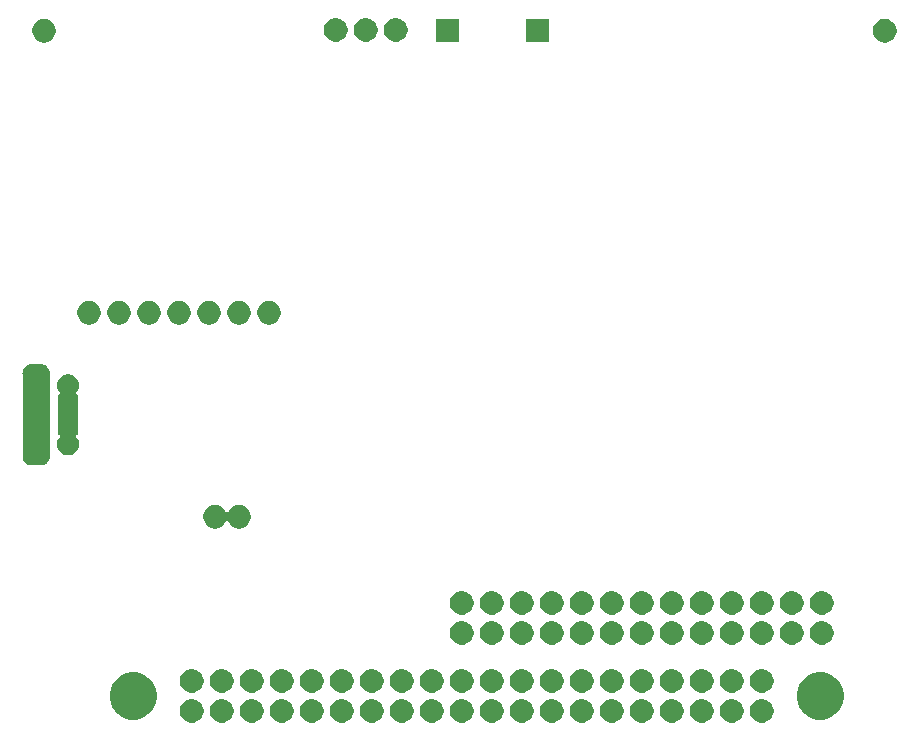
<source format=gbr>
G04 #@! TF.GenerationSoftware,KiCad,Pcbnew,5.0.2+dfsg1-1~bpo9+1*
G04 #@! TF.CreationDate,2019-03-08T11:12:02+00:00*
G04 #@! TF.ProjectId,thin_ZBS_screen,7468696e-5f5a-4425-935f-73637265656e,rev?*
G04 #@! TF.SameCoordinates,Original*
G04 #@! TF.FileFunction,Soldermask,Bot*
G04 #@! TF.FilePolarity,Negative*
%FSLAX46Y46*%
G04 Gerber Fmt 4.6, Leading zero omitted, Abs format (unit mm)*
G04 Created by KiCad (PCBNEW 5.0.2+dfsg1-1~bpo9+1) date Fri 08 Mar 2019 11:12:02 GMT*
%MOMM*%
%LPD*%
G01*
G04 APERTURE LIST*
%ADD10C,0.100000*%
G04 APERTURE END LIST*
D10*
G36*
X124635770Y-105187372D02*
X124751689Y-105210429D01*
X124933678Y-105285811D01*
X125097463Y-105395249D01*
X125236751Y-105534537D01*
X125346189Y-105698322D01*
X125421571Y-105880311D01*
X125460000Y-106073509D01*
X125460000Y-106270491D01*
X125421571Y-106463689D01*
X125346189Y-106645678D01*
X125236751Y-106809463D01*
X125097463Y-106948751D01*
X124933678Y-107058189D01*
X124751689Y-107133571D01*
X124635770Y-107156628D01*
X124558493Y-107172000D01*
X124361507Y-107172000D01*
X124284230Y-107156628D01*
X124168311Y-107133571D01*
X123986322Y-107058189D01*
X123822537Y-106948751D01*
X123683249Y-106809463D01*
X123573811Y-106645678D01*
X123498429Y-106463689D01*
X123460000Y-106270491D01*
X123460000Y-106073509D01*
X123498429Y-105880311D01*
X123573811Y-105698322D01*
X123683249Y-105534537D01*
X123822537Y-105395249D01*
X123986322Y-105285811D01*
X124168311Y-105210429D01*
X124284230Y-105187372D01*
X124361507Y-105172000D01*
X124558493Y-105172000D01*
X124635770Y-105187372D01*
X124635770Y-105187372D01*
G37*
G36*
X150035770Y-105187372D02*
X150151689Y-105210429D01*
X150333678Y-105285811D01*
X150497463Y-105395249D01*
X150636751Y-105534537D01*
X150746189Y-105698322D01*
X150821571Y-105880311D01*
X150860000Y-106073509D01*
X150860000Y-106270491D01*
X150821571Y-106463689D01*
X150746189Y-106645678D01*
X150636751Y-106809463D01*
X150497463Y-106948751D01*
X150333678Y-107058189D01*
X150151689Y-107133571D01*
X150035770Y-107156628D01*
X149958493Y-107172000D01*
X149761507Y-107172000D01*
X149684230Y-107156628D01*
X149568311Y-107133571D01*
X149386322Y-107058189D01*
X149222537Y-106948751D01*
X149083249Y-106809463D01*
X148973811Y-106645678D01*
X148898429Y-106463689D01*
X148860000Y-106270491D01*
X148860000Y-106073509D01*
X148898429Y-105880311D01*
X148973811Y-105698322D01*
X149083249Y-105534537D01*
X149222537Y-105395249D01*
X149386322Y-105285811D01*
X149568311Y-105210429D01*
X149684230Y-105187372D01*
X149761507Y-105172000D01*
X149958493Y-105172000D01*
X150035770Y-105187372D01*
X150035770Y-105187372D01*
G37*
G36*
X172895770Y-105187372D02*
X173011689Y-105210429D01*
X173193678Y-105285811D01*
X173357463Y-105395249D01*
X173496751Y-105534537D01*
X173606189Y-105698322D01*
X173681571Y-105880311D01*
X173720000Y-106073509D01*
X173720000Y-106270491D01*
X173681571Y-106463689D01*
X173606189Y-106645678D01*
X173496751Y-106809463D01*
X173357463Y-106948751D01*
X173193678Y-107058189D01*
X173011689Y-107133571D01*
X172895770Y-107156628D01*
X172818493Y-107172000D01*
X172621507Y-107172000D01*
X172544230Y-107156628D01*
X172428311Y-107133571D01*
X172246322Y-107058189D01*
X172082537Y-106948751D01*
X171943249Y-106809463D01*
X171833811Y-106645678D01*
X171758429Y-106463689D01*
X171720000Y-106270491D01*
X171720000Y-106073509D01*
X171758429Y-105880311D01*
X171833811Y-105698322D01*
X171943249Y-105534537D01*
X172082537Y-105395249D01*
X172246322Y-105285811D01*
X172428311Y-105210429D01*
X172544230Y-105187372D01*
X172621507Y-105172000D01*
X172818493Y-105172000D01*
X172895770Y-105187372D01*
X172895770Y-105187372D01*
G37*
G36*
X167815770Y-105187372D02*
X167931689Y-105210429D01*
X168113678Y-105285811D01*
X168277463Y-105395249D01*
X168416751Y-105534537D01*
X168526189Y-105698322D01*
X168601571Y-105880311D01*
X168640000Y-106073509D01*
X168640000Y-106270491D01*
X168601571Y-106463689D01*
X168526189Y-106645678D01*
X168416751Y-106809463D01*
X168277463Y-106948751D01*
X168113678Y-107058189D01*
X167931689Y-107133571D01*
X167815770Y-107156628D01*
X167738493Y-107172000D01*
X167541507Y-107172000D01*
X167464230Y-107156628D01*
X167348311Y-107133571D01*
X167166322Y-107058189D01*
X167002537Y-106948751D01*
X166863249Y-106809463D01*
X166753811Y-106645678D01*
X166678429Y-106463689D01*
X166640000Y-106270491D01*
X166640000Y-106073509D01*
X166678429Y-105880311D01*
X166753811Y-105698322D01*
X166863249Y-105534537D01*
X167002537Y-105395249D01*
X167166322Y-105285811D01*
X167348311Y-105210429D01*
X167464230Y-105187372D01*
X167541507Y-105172000D01*
X167738493Y-105172000D01*
X167815770Y-105187372D01*
X167815770Y-105187372D01*
G37*
G36*
X165275770Y-105187372D02*
X165391689Y-105210429D01*
X165573678Y-105285811D01*
X165737463Y-105395249D01*
X165876751Y-105534537D01*
X165986189Y-105698322D01*
X166061571Y-105880311D01*
X166100000Y-106073509D01*
X166100000Y-106270491D01*
X166061571Y-106463689D01*
X165986189Y-106645678D01*
X165876751Y-106809463D01*
X165737463Y-106948751D01*
X165573678Y-107058189D01*
X165391689Y-107133571D01*
X165275770Y-107156628D01*
X165198493Y-107172000D01*
X165001507Y-107172000D01*
X164924230Y-107156628D01*
X164808311Y-107133571D01*
X164626322Y-107058189D01*
X164462537Y-106948751D01*
X164323249Y-106809463D01*
X164213811Y-106645678D01*
X164138429Y-106463689D01*
X164100000Y-106270491D01*
X164100000Y-106073509D01*
X164138429Y-105880311D01*
X164213811Y-105698322D01*
X164323249Y-105534537D01*
X164462537Y-105395249D01*
X164626322Y-105285811D01*
X164808311Y-105210429D01*
X164924230Y-105187372D01*
X165001507Y-105172000D01*
X165198493Y-105172000D01*
X165275770Y-105187372D01*
X165275770Y-105187372D01*
G37*
G36*
X162735770Y-105187372D02*
X162851689Y-105210429D01*
X163033678Y-105285811D01*
X163197463Y-105395249D01*
X163336751Y-105534537D01*
X163446189Y-105698322D01*
X163521571Y-105880311D01*
X163560000Y-106073509D01*
X163560000Y-106270491D01*
X163521571Y-106463689D01*
X163446189Y-106645678D01*
X163336751Y-106809463D01*
X163197463Y-106948751D01*
X163033678Y-107058189D01*
X162851689Y-107133571D01*
X162735770Y-107156628D01*
X162658493Y-107172000D01*
X162461507Y-107172000D01*
X162384230Y-107156628D01*
X162268311Y-107133571D01*
X162086322Y-107058189D01*
X161922537Y-106948751D01*
X161783249Y-106809463D01*
X161673811Y-106645678D01*
X161598429Y-106463689D01*
X161560000Y-106270491D01*
X161560000Y-106073509D01*
X161598429Y-105880311D01*
X161673811Y-105698322D01*
X161783249Y-105534537D01*
X161922537Y-105395249D01*
X162086322Y-105285811D01*
X162268311Y-105210429D01*
X162384230Y-105187372D01*
X162461507Y-105172000D01*
X162658493Y-105172000D01*
X162735770Y-105187372D01*
X162735770Y-105187372D01*
G37*
G36*
X160195770Y-105187372D02*
X160311689Y-105210429D01*
X160493678Y-105285811D01*
X160657463Y-105395249D01*
X160796751Y-105534537D01*
X160906189Y-105698322D01*
X160981571Y-105880311D01*
X161020000Y-106073509D01*
X161020000Y-106270491D01*
X160981571Y-106463689D01*
X160906189Y-106645678D01*
X160796751Y-106809463D01*
X160657463Y-106948751D01*
X160493678Y-107058189D01*
X160311689Y-107133571D01*
X160195770Y-107156628D01*
X160118493Y-107172000D01*
X159921507Y-107172000D01*
X159844230Y-107156628D01*
X159728311Y-107133571D01*
X159546322Y-107058189D01*
X159382537Y-106948751D01*
X159243249Y-106809463D01*
X159133811Y-106645678D01*
X159058429Y-106463689D01*
X159020000Y-106270491D01*
X159020000Y-106073509D01*
X159058429Y-105880311D01*
X159133811Y-105698322D01*
X159243249Y-105534537D01*
X159382537Y-105395249D01*
X159546322Y-105285811D01*
X159728311Y-105210429D01*
X159844230Y-105187372D01*
X159921507Y-105172000D01*
X160118493Y-105172000D01*
X160195770Y-105187372D01*
X160195770Y-105187372D01*
G37*
G36*
X157655770Y-105187372D02*
X157771689Y-105210429D01*
X157953678Y-105285811D01*
X158117463Y-105395249D01*
X158256751Y-105534537D01*
X158366189Y-105698322D01*
X158441571Y-105880311D01*
X158480000Y-106073509D01*
X158480000Y-106270491D01*
X158441571Y-106463689D01*
X158366189Y-106645678D01*
X158256751Y-106809463D01*
X158117463Y-106948751D01*
X157953678Y-107058189D01*
X157771689Y-107133571D01*
X157655770Y-107156628D01*
X157578493Y-107172000D01*
X157381507Y-107172000D01*
X157304230Y-107156628D01*
X157188311Y-107133571D01*
X157006322Y-107058189D01*
X156842537Y-106948751D01*
X156703249Y-106809463D01*
X156593811Y-106645678D01*
X156518429Y-106463689D01*
X156480000Y-106270491D01*
X156480000Y-106073509D01*
X156518429Y-105880311D01*
X156593811Y-105698322D01*
X156703249Y-105534537D01*
X156842537Y-105395249D01*
X157006322Y-105285811D01*
X157188311Y-105210429D01*
X157304230Y-105187372D01*
X157381507Y-105172000D01*
X157578493Y-105172000D01*
X157655770Y-105187372D01*
X157655770Y-105187372D01*
G37*
G36*
X155115770Y-105187372D02*
X155231689Y-105210429D01*
X155413678Y-105285811D01*
X155577463Y-105395249D01*
X155716751Y-105534537D01*
X155826189Y-105698322D01*
X155901571Y-105880311D01*
X155940000Y-106073509D01*
X155940000Y-106270491D01*
X155901571Y-106463689D01*
X155826189Y-106645678D01*
X155716751Y-106809463D01*
X155577463Y-106948751D01*
X155413678Y-107058189D01*
X155231689Y-107133571D01*
X155115770Y-107156628D01*
X155038493Y-107172000D01*
X154841507Y-107172000D01*
X154764230Y-107156628D01*
X154648311Y-107133571D01*
X154466322Y-107058189D01*
X154302537Y-106948751D01*
X154163249Y-106809463D01*
X154053811Y-106645678D01*
X153978429Y-106463689D01*
X153940000Y-106270491D01*
X153940000Y-106073509D01*
X153978429Y-105880311D01*
X154053811Y-105698322D01*
X154163249Y-105534537D01*
X154302537Y-105395249D01*
X154466322Y-105285811D01*
X154648311Y-105210429D01*
X154764230Y-105187372D01*
X154841507Y-105172000D01*
X155038493Y-105172000D01*
X155115770Y-105187372D01*
X155115770Y-105187372D01*
G37*
G36*
X152575770Y-105187372D02*
X152691689Y-105210429D01*
X152873678Y-105285811D01*
X153037463Y-105395249D01*
X153176751Y-105534537D01*
X153286189Y-105698322D01*
X153361571Y-105880311D01*
X153400000Y-106073509D01*
X153400000Y-106270491D01*
X153361571Y-106463689D01*
X153286189Y-106645678D01*
X153176751Y-106809463D01*
X153037463Y-106948751D01*
X152873678Y-107058189D01*
X152691689Y-107133571D01*
X152575770Y-107156628D01*
X152498493Y-107172000D01*
X152301507Y-107172000D01*
X152224230Y-107156628D01*
X152108311Y-107133571D01*
X151926322Y-107058189D01*
X151762537Y-106948751D01*
X151623249Y-106809463D01*
X151513811Y-106645678D01*
X151438429Y-106463689D01*
X151400000Y-106270491D01*
X151400000Y-106073509D01*
X151438429Y-105880311D01*
X151513811Y-105698322D01*
X151623249Y-105534537D01*
X151762537Y-105395249D01*
X151926322Y-105285811D01*
X152108311Y-105210429D01*
X152224230Y-105187372D01*
X152301507Y-105172000D01*
X152498493Y-105172000D01*
X152575770Y-105187372D01*
X152575770Y-105187372D01*
G37*
G36*
X170355770Y-105187372D02*
X170471689Y-105210429D01*
X170653678Y-105285811D01*
X170817463Y-105395249D01*
X170956751Y-105534537D01*
X171066189Y-105698322D01*
X171141571Y-105880311D01*
X171180000Y-106073509D01*
X171180000Y-106270491D01*
X171141571Y-106463689D01*
X171066189Y-106645678D01*
X170956751Y-106809463D01*
X170817463Y-106948751D01*
X170653678Y-107058189D01*
X170471689Y-107133571D01*
X170355770Y-107156628D01*
X170278493Y-107172000D01*
X170081507Y-107172000D01*
X170004230Y-107156628D01*
X169888311Y-107133571D01*
X169706322Y-107058189D01*
X169542537Y-106948751D01*
X169403249Y-106809463D01*
X169293811Y-106645678D01*
X169218429Y-106463689D01*
X169180000Y-106270491D01*
X169180000Y-106073509D01*
X169218429Y-105880311D01*
X169293811Y-105698322D01*
X169403249Y-105534537D01*
X169542537Y-105395249D01*
X169706322Y-105285811D01*
X169888311Y-105210429D01*
X170004230Y-105187372D01*
X170081507Y-105172000D01*
X170278493Y-105172000D01*
X170355770Y-105187372D01*
X170355770Y-105187372D01*
G37*
G36*
X144955770Y-105187372D02*
X145071689Y-105210429D01*
X145253678Y-105285811D01*
X145417463Y-105395249D01*
X145556751Y-105534537D01*
X145666189Y-105698322D01*
X145741571Y-105880311D01*
X145780000Y-106073509D01*
X145780000Y-106270491D01*
X145741571Y-106463689D01*
X145666189Y-106645678D01*
X145556751Y-106809463D01*
X145417463Y-106948751D01*
X145253678Y-107058189D01*
X145071689Y-107133571D01*
X144955770Y-107156628D01*
X144878493Y-107172000D01*
X144681507Y-107172000D01*
X144604230Y-107156628D01*
X144488311Y-107133571D01*
X144306322Y-107058189D01*
X144142537Y-106948751D01*
X144003249Y-106809463D01*
X143893811Y-106645678D01*
X143818429Y-106463689D01*
X143780000Y-106270491D01*
X143780000Y-106073509D01*
X143818429Y-105880311D01*
X143893811Y-105698322D01*
X144003249Y-105534537D01*
X144142537Y-105395249D01*
X144306322Y-105285811D01*
X144488311Y-105210429D01*
X144604230Y-105187372D01*
X144681507Y-105172000D01*
X144878493Y-105172000D01*
X144955770Y-105187372D01*
X144955770Y-105187372D01*
G37*
G36*
X142415770Y-105187372D02*
X142531689Y-105210429D01*
X142713678Y-105285811D01*
X142877463Y-105395249D01*
X143016751Y-105534537D01*
X143126189Y-105698322D01*
X143201571Y-105880311D01*
X143240000Y-106073509D01*
X143240000Y-106270491D01*
X143201571Y-106463689D01*
X143126189Y-106645678D01*
X143016751Y-106809463D01*
X142877463Y-106948751D01*
X142713678Y-107058189D01*
X142531689Y-107133571D01*
X142415770Y-107156628D01*
X142338493Y-107172000D01*
X142141507Y-107172000D01*
X142064230Y-107156628D01*
X141948311Y-107133571D01*
X141766322Y-107058189D01*
X141602537Y-106948751D01*
X141463249Y-106809463D01*
X141353811Y-106645678D01*
X141278429Y-106463689D01*
X141240000Y-106270491D01*
X141240000Y-106073509D01*
X141278429Y-105880311D01*
X141353811Y-105698322D01*
X141463249Y-105534537D01*
X141602537Y-105395249D01*
X141766322Y-105285811D01*
X141948311Y-105210429D01*
X142064230Y-105187372D01*
X142141507Y-105172000D01*
X142338493Y-105172000D01*
X142415770Y-105187372D01*
X142415770Y-105187372D01*
G37*
G36*
X139875770Y-105187372D02*
X139991689Y-105210429D01*
X140173678Y-105285811D01*
X140337463Y-105395249D01*
X140476751Y-105534537D01*
X140586189Y-105698322D01*
X140661571Y-105880311D01*
X140700000Y-106073509D01*
X140700000Y-106270491D01*
X140661571Y-106463689D01*
X140586189Y-106645678D01*
X140476751Y-106809463D01*
X140337463Y-106948751D01*
X140173678Y-107058189D01*
X139991689Y-107133571D01*
X139875770Y-107156628D01*
X139798493Y-107172000D01*
X139601507Y-107172000D01*
X139524230Y-107156628D01*
X139408311Y-107133571D01*
X139226322Y-107058189D01*
X139062537Y-106948751D01*
X138923249Y-106809463D01*
X138813811Y-106645678D01*
X138738429Y-106463689D01*
X138700000Y-106270491D01*
X138700000Y-106073509D01*
X138738429Y-105880311D01*
X138813811Y-105698322D01*
X138923249Y-105534537D01*
X139062537Y-105395249D01*
X139226322Y-105285811D01*
X139408311Y-105210429D01*
X139524230Y-105187372D01*
X139601507Y-105172000D01*
X139798493Y-105172000D01*
X139875770Y-105187372D01*
X139875770Y-105187372D01*
G37*
G36*
X137335770Y-105187372D02*
X137451689Y-105210429D01*
X137633678Y-105285811D01*
X137797463Y-105395249D01*
X137936751Y-105534537D01*
X138046189Y-105698322D01*
X138121571Y-105880311D01*
X138160000Y-106073509D01*
X138160000Y-106270491D01*
X138121571Y-106463689D01*
X138046189Y-106645678D01*
X137936751Y-106809463D01*
X137797463Y-106948751D01*
X137633678Y-107058189D01*
X137451689Y-107133571D01*
X137335770Y-107156628D01*
X137258493Y-107172000D01*
X137061507Y-107172000D01*
X136984230Y-107156628D01*
X136868311Y-107133571D01*
X136686322Y-107058189D01*
X136522537Y-106948751D01*
X136383249Y-106809463D01*
X136273811Y-106645678D01*
X136198429Y-106463689D01*
X136160000Y-106270491D01*
X136160000Y-106073509D01*
X136198429Y-105880311D01*
X136273811Y-105698322D01*
X136383249Y-105534537D01*
X136522537Y-105395249D01*
X136686322Y-105285811D01*
X136868311Y-105210429D01*
X136984230Y-105187372D01*
X137061507Y-105172000D01*
X137258493Y-105172000D01*
X137335770Y-105187372D01*
X137335770Y-105187372D01*
G37*
G36*
X134795770Y-105187372D02*
X134911689Y-105210429D01*
X135093678Y-105285811D01*
X135257463Y-105395249D01*
X135396751Y-105534537D01*
X135506189Y-105698322D01*
X135581571Y-105880311D01*
X135620000Y-106073509D01*
X135620000Y-106270491D01*
X135581571Y-106463689D01*
X135506189Y-106645678D01*
X135396751Y-106809463D01*
X135257463Y-106948751D01*
X135093678Y-107058189D01*
X134911689Y-107133571D01*
X134795770Y-107156628D01*
X134718493Y-107172000D01*
X134521507Y-107172000D01*
X134444230Y-107156628D01*
X134328311Y-107133571D01*
X134146322Y-107058189D01*
X133982537Y-106948751D01*
X133843249Y-106809463D01*
X133733811Y-106645678D01*
X133658429Y-106463689D01*
X133620000Y-106270491D01*
X133620000Y-106073509D01*
X133658429Y-105880311D01*
X133733811Y-105698322D01*
X133843249Y-105534537D01*
X133982537Y-105395249D01*
X134146322Y-105285811D01*
X134328311Y-105210429D01*
X134444230Y-105187372D01*
X134521507Y-105172000D01*
X134718493Y-105172000D01*
X134795770Y-105187372D01*
X134795770Y-105187372D01*
G37*
G36*
X132255770Y-105187372D02*
X132371689Y-105210429D01*
X132553678Y-105285811D01*
X132717463Y-105395249D01*
X132856751Y-105534537D01*
X132966189Y-105698322D01*
X133041571Y-105880311D01*
X133080000Y-106073509D01*
X133080000Y-106270491D01*
X133041571Y-106463689D01*
X132966189Y-106645678D01*
X132856751Y-106809463D01*
X132717463Y-106948751D01*
X132553678Y-107058189D01*
X132371689Y-107133571D01*
X132255770Y-107156628D01*
X132178493Y-107172000D01*
X131981507Y-107172000D01*
X131904230Y-107156628D01*
X131788311Y-107133571D01*
X131606322Y-107058189D01*
X131442537Y-106948751D01*
X131303249Y-106809463D01*
X131193811Y-106645678D01*
X131118429Y-106463689D01*
X131080000Y-106270491D01*
X131080000Y-106073509D01*
X131118429Y-105880311D01*
X131193811Y-105698322D01*
X131303249Y-105534537D01*
X131442537Y-105395249D01*
X131606322Y-105285811D01*
X131788311Y-105210429D01*
X131904230Y-105187372D01*
X131981507Y-105172000D01*
X132178493Y-105172000D01*
X132255770Y-105187372D01*
X132255770Y-105187372D01*
G37*
G36*
X129715770Y-105187372D02*
X129831689Y-105210429D01*
X130013678Y-105285811D01*
X130177463Y-105395249D01*
X130316751Y-105534537D01*
X130426189Y-105698322D01*
X130501571Y-105880311D01*
X130540000Y-106073509D01*
X130540000Y-106270491D01*
X130501571Y-106463689D01*
X130426189Y-106645678D01*
X130316751Y-106809463D01*
X130177463Y-106948751D01*
X130013678Y-107058189D01*
X129831689Y-107133571D01*
X129715770Y-107156628D01*
X129638493Y-107172000D01*
X129441507Y-107172000D01*
X129364230Y-107156628D01*
X129248311Y-107133571D01*
X129066322Y-107058189D01*
X128902537Y-106948751D01*
X128763249Y-106809463D01*
X128653811Y-106645678D01*
X128578429Y-106463689D01*
X128540000Y-106270491D01*
X128540000Y-106073509D01*
X128578429Y-105880311D01*
X128653811Y-105698322D01*
X128763249Y-105534537D01*
X128902537Y-105395249D01*
X129066322Y-105285811D01*
X129248311Y-105210429D01*
X129364230Y-105187372D01*
X129441507Y-105172000D01*
X129638493Y-105172000D01*
X129715770Y-105187372D01*
X129715770Y-105187372D01*
G37*
G36*
X127175770Y-105187372D02*
X127291689Y-105210429D01*
X127473678Y-105285811D01*
X127637463Y-105395249D01*
X127776751Y-105534537D01*
X127886189Y-105698322D01*
X127961571Y-105880311D01*
X128000000Y-106073509D01*
X128000000Y-106270491D01*
X127961571Y-106463689D01*
X127886189Y-106645678D01*
X127776751Y-106809463D01*
X127637463Y-106948751D01*
X127473678Y-107058189D01*
X127291689Y-107133571D01*
X127175770Y-107156628D01*
X127098493Y-107172000D01*
X126901507Y-107172000D01*
X126824230Y-107156628D01*
X126708311Y-107133571D01*
X126526322Y-107058189D01*
X126362537Y-106948751D01*
X126223249Y-106809463D01*
X126113811Y-106645678D01*
X126038429Y-106463689D01*
X126000000Y-106270491D01*
X126000000Y-106073509D01*
X126038429Y-105880311D01*
X126113811Y-105698322D01*
X126223249Y-105534537D01*
X126362537Y-105395249D01*
X126526322Y-105285811D01*
X126708311Y-105210429D01*
X126824230Y-105187372D01*
X126901507Y-105172000D01*
X127098493Y-105172000D01*
X127175770Y-105187372D01*
X127175770Y-105187372D01*
G37*
G36*
X147495770Y-105187372D02*
X147611689Y-105210429D01*
X147793678Y-105285811D01*
X147957463Y-105395249D01*
X148096751Y-105534537D01*
X148206189Y-105698322D01*
X148281571Y-105880311D01*
X148320000Y-106073509D01*
X148320000Y-106270491D01*
X148281571Y-106463689D01*
X148206189Y-106645678D01*
X148096751Y-106809463D01*
X147957463Y-106948751D01*
X147793678Y-107058189D01*
X147611689Y-107133571D01*
X147495770Y-107156628D01*
X147418493Y-107172000D01*
X147221507Y-107172000D01*
X147144230Y-107156628D01*
X147028311Y-107133571D01*
X146846322Y-107058189D01*
X146682537Y-106948751D01*
X146543249Y-106809463D01*
X146433811Y-106645678D01*
X146358429Y-106463689D01*
X146320000Y-106270491D01*
X146320000Y-106073509D01*
X146358429Y-105880311D01*
X146433811Y-105698322D01*
X146543249Y-105534537D01*
X146682537Y-105395249D01*
X146846322Y-105285811D01*
X147028311Y-105210429D01*
X147144230Y-105187372D01*
X147221507Y-105172000D01*
X147418493Y-105172000D01*
X147495770Y-105187372D01*
X147495770Y-105187372D01*
G37*
G36*
X120090378Y-102978859D02*
X120454354Y-103129622D01*
X120781929Y-103348501D01*
X121060499Y-103627071D01*
X121279378Y-103954646D01*
X121430141Y-104318622D01*
X121507000Y-104705016D01*
X121507000Y-105098984D01*
X121430141Y-105485378D01*
X121279378Y-105849354D01*
X121060499Y-106176929D01*
X120781929Y-106455499D01*
X120454354Y-106674378D01*
X120090378Y-106825141D01*
X119703984Y-106902000D01*
X119310016Y-106902000D01*
X118923622Y-106825141D01*
X118559646Y-106674378D01*
X118232071Y-106455499D01*
X117953501Y-106176929D01*
X117734622Y-105849354D01*
X117583859Y-105485378D01*
X117507000Y-105098984D01*
X117507000Y-104705016D01*
X117583859Y-104318622D01*
X117734622Y-103954646D01*
X117953501Y-103627071D01*
X118232071Y-103348501D01*
X118559646Y-103129622D01*
X118923622Y-102978859D01*
X119310016Y-102902000D01*
X119703984Y-102902000D01*
X120090378Y-102978859D01*
X120090378Y-102978859D01*
G37*
G36*
X178256378Y-102978859D02*
X178620354Y-103129622D01*
X178947929Y-103348501D01*
X179226499Y-103627071D01*
X179445378Y-103954646D01*
X179596141Y-104318622D01*
X179673000Y-104705016D01*
X179673000Y-105098984D01*
X179596141Y-105485378D01*
X179445378Y-105849354D01*
X179226499Y-106176929D01*
X178947929Y-106455499D01*
X178620354Y-106674378D01*
X178256378Y-106825141D01*
X177869984Y-106902000D01*
X177476016Y-106902000D01*
X177089622Y-106825141D01*
X176725646Y-106674378D01*
X176398071Y-106455499D01*
X176119501Y-106176929D01*
X175900622Y-105849354D01*
X175749859Y-105485378D01*
X175673000Y-105098984D01*
X175673000Y-104705016D01*
X175749859Y-104318622D01*
X175900622Y-103954646D01*
X176119501Y-103627071D01*
X176398071Y-103348501D01*
X176725646Y-103129622D01*
X177089622Y-102978859D01*
X177476016Y-102902000D01*
X177869984Y-102902000D01*
X178256378Y-102978859D01*
X178256378Y-102978859D01*
G37*
G36*
X132255770Y-102647372D02*
X132371689Y-102670429D01*
X132553678Y-102745811D01*
X132717463Y-102855249D01*
X132856751Y-102994537D01*
X132966189Y-103158322D01*
X133041571Y-103340311D01*
X133080000Y-103533509D01*
X133080000Y-103730491D01*
X133041571Y-103923689D01*
X132966189Y-104105678D01*
X132856751Y-104269463D01*
X132717463Y-104408751D01*
X132553678Y-104518189D01*
X132371689Y-104593571D01*
X132255770Y-104616628D01*
X132178493Y-104632000D01*
X131981507Y-104632000D01*
X131904230Y-104616628D01*
X131788311Y-104593571D01*
X131606322Y-104518189D01*
X131442537Y-104408751D01*
X131303249Y-104269463D01*
X131193811Y-104105678D01*
X131118429Y-103923689D01*
X131080000Y-103730491D01*
X131080000Y-103533509D01*
X131118429Y-103340311D01*
X131193811Y-103158322D01*
X131303249Y-102994537D01*
X131442537Y-102855249D01*
X131606322Y-102745811D01*
X131788311Y-102670429D01*
X131904230Y-102647372D01*
X131981507Y-102632000D01*
X132178493Y-102632000D01*
X132255770Y-102647372D01*
X132255770Y-102647372D01*
G37*
G36*
X124635770Y-102647372D02*
X124751689Y-102670429D01*
X124933678Y-102745811D01*
X125097463Y-102855249D01*
X125236751Y-102994537D01*
X125346189Y-103158322D01*
X125421571Y-103340311D01*
X125460000Y-103533509D01*
X125460000Y-103730491D01*
X125421571Y-103923689D01*
X125346189Y-104105678D01*
X125236751Y-104269463D01*
X125097463Y-104408751D01*
X124933678Y-104518189D01*
X124751689Y-104593571D01*
X124635770Y-104616628D01*
X124558493Y-104632000D01*
X124361507Y-104632000D01*
X124284230Y-104616628D01*
X124168311Y-104593571D01*
X123986322Y-104518189D01*
X123822537Y-104408751D01*
X123683249Y-104269463D01*
X123573811Y-104105678D01*
X123498429Y-103923689D01*
X123460000Y-103730491D01*
X123460000Y-103533509D01*
X123498429Y-103340311D01*
X123573811Y-103158322D01*
X123683249Y-102994537D01*
X123822537Y-102855249D01*
X123986322Y-102745811D01*
X124168311Y-102670429D01*
X124284230Y-102647372D01*
X124361507Y-102632000D01*
X124558493Y-102632000D01*
X124635770Y-102647372D01*
X124635770Y-102647372D01*
G37*
G36*
X127175770Y-102647372D02*
X127291689Y-102670429D01*
X127473678Y-102745811D01*
X127637463Y-102855249D01*
X127776751Y-102994537D01*
X127886189Y-103158322D01*
X127961571Y-103340311D01*
X128000000Y-103533509D01*
X128000000Y-103730491D01*
X127961571Y-103923689D01*
X127886189Y-104105678D01*
X127776751Y-104269463D01*
X127637463Y-104408751D01*
X127473678Y-104518189D01*
X127291689Y-104593571D01*
X127175770Y-104616628D01*
X127098493Y-104632000D01*
X126901507Y-104632000D01*
X126824230Y-104616628D01*
X126708311Y-104593571D01*
X126526322Y-104518189D01*
X126362537Y-104408751D01*
X126223249Y-104269463D01*
X126113811Y-104105678D01*
X126038429Y-103923689D01*
X126000000Y-103730491D01*
X126000000Y-103533509D01*
X126038429Y-103340311D01*
X126113811Y-103158322D01*
X126223249Y-102994537D01*
X126362537Y-102855249D01*
X126526322Y-102745811D01*
X126708311Y-102670429D01*
X126824230Y-102647372D01*
X126901507Y-102632000D01*
X127098493Y-102632000D01*
X127175770Y-102647372D01*
X127175770Y-102647372D01*
G37*
G36*
X129715770Y-102647372D02*
X129831689Y-102670429D01*
X130013678Y-102745811D01*
X130177463Y-102855249D01*
X130316751Y-102994537D01*
X130426189Y-103158322D01*
X130501571Y-103340311D01*
X130540000Y-103533509D01*
X130540000Y-103730491D01*
X130501571Y-103923689D01*
X130426189Y-104105678D01*
X130316751Y-104269463D01*
X130177463Y-104408751D01*
X130013678Y-104518189D01*
X129831689Y-104593571D01*
X129715770Y-104616628D01*
X129638493Y-104632000D01*
X129441507Y-104632000D01*
X129364230Y-104616628D01*
X129248311Y-104593571D01*
X129066322Y-104518189D01*
X128902537Y-104408751D01*
X128763249Y-104269463D01*
X128653811Y-104105678D01*
X128578429Y-103923689D01*
X128540000Y-103730491D01*
X128540000Y-103533509D01*
X128578429Y-103340311D01*
X128653811Y-103158322D01*
X128763249Y-102994537D01*
X128902537Y-102855249D01*
X129066322Y-102745811D01*
X129248311Y-102670429D01*
X129364230Y-102647372D01*
X129441507Y-102632000D01*
X129638493Y-102632000D01*
X129715770Y-102647372D01*
X129715770Y-102647372D01*
G37*
G36*
X147495770Y-102647372D02*
X147611689Y-102670429D01*
X147793678Y-102745811D01*
X147957463Y-102855249D01*
X148096751Y-102994537D01*
X148206189Y-103158322D01*
X148281571Y-103340311D01*
X148320000Y-103533509D01*
X148320000Y-103730491D01*
X148281571Y-103923689D01*
X148206189Y-104105678D01*
X148096751Y-104269463D01*
X147957463Y-104408751D01*
X147793678Y-104518189D01*
X147611689Y-104593571D01*
X147495770Y-104616628D01*
X147418493Y-104632000D01*
X147221507Y-104632000D01*
X147144230Y-104616628D01*
X147028311Y-104593571D01*
X146846322Y-104518189D01*
X146682537Y-104408751D01*
X146543249Y-104269463D01*
X146433811Y-104105678D01*
X146358429Y-103923689D01*
X146320000Y-103730491D01*
X146320000Y-103533509D01*
X146358429Y-103340311D01*
X146433811Y-103158322D01*
X146543249Y-102994537D01*
X146682537Y-102855249D01*
X146846322Y-102745811D01*
X147028311Y-102670429D01*
X147144230Y-102647372D01*
X147221507Y-102632000D01*
X147418493Y-102632000D01*
X147495770Y-102647372D01*
X147495770Y-102647372D01*
G37*
G36*
X150035770Y-102647372D02*
X150151689Y-102670429D01*
X150333678Y-102745811D01*
X150497463Y-102855249D01*
X150636751Y-102994537D01*
X150746189Y-103158322D01*
X150821571Y-103340311D01*
X150860000Y-103533509D01*
X150860000Y-103730491D01*
X150821571Y-103923689D01*
X150746189Y-104105678D01*
X150636751Y-104269463D01*
X150497463Y-104408751D01*
X150333678Y-104518189D01*
X150151689Y-104593571D01*
X150035770Y-104616628D01*
X149958493Y-104632000D01*
X149761507Y-104632000D01*
X149684230Y-104616628D01*
X149568311Y-104593571D01*
X149386322Y-104518189D01*
X149222537Y-104408751D01*
X149083249Y-104269463D01*
X148973811Y-104105678D01*
X148898429Y-103923689D01*
X148860000Y-103730491D01*
X148860000Y-103533509D01*
X148898429Y-103340311D01*
X148973811Y-103158322D01*
X149083249Y-102994537D01*
X149222537Y-102855249D01*
X149386322Y-102745811D01*
X149568311Y-102670429D01*
X149684230Y-102647372D01*
X149761507Y-102632000D01*
X149958493Y-102632000D01*
X150035770Y-102647372D01*
X150035770Y-102647372D01*
G37*
G36*
X144955770Y-102647372D02*
X145071689Y-102670429D01*
X145253678Y-102745811D01*
X145417463Y-102855249D01*
X145556751Y-102994537D01*
X145666189Y-103158322D01*
X145741571Y-103340311D01*
X145780000Y-103533509D01*
X145780000Y-103730491D01*
X145741571Y-103923689D01*
X145666189Y-104105678D01*
X145556751Y-104269463D01*
X145417463Y-104408751D01*
X145253678Y-104518189D01*
X145071689Y-104593571D01*
X144955770Y-104616628D01*
X144878493Y-104632000D01*
X144681507Y-104632000D01*
X144604230Y-104616628D01*
X144488311Y-104593571D01*
X144306322Y-104518189D01*
X144142537Y-104408751D01*
X144003249Y-104269463D01*
X143893811Y-104105678D01*
X143818429Y-103923689D01*
X143780000Y-103730491D01*
X143780000Y-103533509D01*
X143818429Y-103340311D01*
X143893811Y-103158322D01*
X144003249Y-102994537D01*
X144142537Y-102855249D01*
X144306322Y-102745811D01*
X144488311Y-102670429D01*
X144604230Y-102647372D01*
X144681507Y-102632000D01*
X144878493Y-102632000D01*
X144955770Y-102647372D01*
X144955770Y-102647372D01*
G37*
G36*
X167815770Y-102647372D02*
X167931689Y-102670429D01*
X168113678Y-102745811D01*
X168277463Y-102855249D01*
X168416751Y-102994537D01*
X168526189Y-103158322D01*
X168601571Y-103340311D01*
X168640000Y-103533509D01*
X168640000Y-103730491D01*
X168601571Y-103923689D01*
X168526189Y-104105678D01*
X168416751Y-104269463D01*
X168277463Y-104408751D01*
X168113678Y-104518189D01*
X167931689Y-104593571D01*
X167815770Y-104616628D01*
X167738493Y-104632000D01*
X167541507Y-104632000D01*
X167464230Y-104616628D01*
X167348311Y-104593571D01*
X167166322Y-104518189D01*
X167002537Y-104408751D01*
X166863249Y-104269463D01*
X166753811Y-104105678D01*
X166678429Y-103923689D01*
X166640000Y-103730491D01*
X166640000Y-103533509D01*
X166678429Y-103340311D01*
X166753811Y-103158322D01*
X166863249Y-102994537D01*
X167002537Y-102855249D01*
X167166322Y-102745811D01*
X167348311Y-102670429D01*
X167464230Y-102647372D01*
X167541507Y-102632000D01*
X167738493Y-102632000D01*
X167815770Y-102647372D01*
X167815770Y-102647372D01*
G37*
G36*
X142415770Y-102647372D02*
X142531689Y-102670429D01*
X142713678Y-102745811D01*
X142877463Y-102855249D01*
X143016751Y-102994537D01*
X143126189Y-103158322D01*
X143201571Y-103340311D01*
X143240000Y-103533509D01*
X143240000Y-103730491D01*
X143201571Y-103923689D01*
X143126189Y-104105678D01*
X143016751Y-104269463D01*
X142877463Y-104408751D01*
X142713678Y-104518189D01*
X142531689Y-104593571D01*
X142415770Y-104616628D01*
X142338493Y-104632000D01*
X142141507Y-104632000D01*
X142064230Y-104616628D01*
X141948311Y-104593571D01*
X141766322Y-104518189D01*
X141602537Y-104408751D01*
X141463249Y-104269463D01*
X141353811Y-104105678D01*
X141278429Y-103923689D01*
X141240000Y-103730491D01*
X141240000Y-103533509D01*
X141278429Y-103340311D01*
X141353811Y-103158322D01*
X141463249Y-102994537D01*
X141602537Y-102855249D01*
X141766322Y-102745811D01*
X141948311Y-102670429D01*
X142064230Y-102647372D01*
X142141507Y-102632000D01*
X142338493Y-102632000D01*
X142415770Y-102647372D01*
X142415770Y-102647372D01*
G37*
G36*
X139875770Y-102647372D02*
X139991689Y-102670429D01*
X140173678Y-102745811D01*
X140337463Y-102855249D01*
X140476751Y-102994537D01*
X140586189Y-103158322D01*
X140661571Y-103340311D01*
X140700000Y-103533509D01*
X140700000Y-103730491D01*
X140661571Y-103923689D01*
X140586189Y-104105678D01*
X140476751Y-104269463D01*
X140337463Y-104408751D01*
X140173678Y-104518189D01*
X139991689Y-104593571D01*
X139875770Y-104616628D01*
X139798493Y-104632000D01*
X139601507Y-104632000D01*
X139524230Y-104616628D01*
X139408311Y-104593571D01*
X139226322Y-104518189D01*
X139062537Y-104408751D01*
X138923249Y-104269463D01*
X138813811Y-104105678D01*
X138738429Y-103923689D01*
X138700000Y-103730491D01*
X138700000Y-103533509D01*
X138738429Y-103340311D01*
X138813811Y-103158322D01*
X138923249Y-102994537D01*
X139062537Y-102855249D01*
X139226322Y-102745811D01*
X139408311Y-102670429D01*
X139524230Y-102647372D01*
X139601507Y-102632000D01*
X139798493Y-102632000D01*
X139875770Y-102647372D01*
X139875770Y-102647372D01*
G37*
G36*
X165275770Y-102647372D02*
X165391689Y-102670429D01*
X165573678Y-102745811D01*
X165737463Y-102855249D01*
X165876751Y-102994537D01*
X165986189Y-103158322D01*
X166061571Y-103340311D01*
X166100000Y-103533509D01*
X166100000Y-103730491D01*
X166061571Y-103923689D01*
X165986189Y-104105678D01*
X165876751Y-104269463D01*
X165737463Y-104408751D01*
X165573678Y-104518189D01*
X165391689Y-104593571D01*
X165275770Y-104616628D01*
X165198493Y-104632000D01*
X165001507Y-104632000D01*
X164924230Y-104616628D01*
X164808311Y-104593571D01*
X164626322Y-104518189D01*
X164462537Y-104408751D01*
X164323249Y-104269463D01*
X164213811Y-104105678D01*
X164138429Y-103923689D01*
X164100000Y-103730491D01*
X164100000Y-103533509D01*
X164138429Y-103340311D01*
X164213811Y-103158322D01*
X164323249Y-102994537D01*
X164462537Y-102855249D01*
X164626322Y-102745811D01*
X164808311Y-102670429D01*
X164924230Y-102647372D01*
X165001507Y-102632000D01*
X165198493Y-102632000D01*
X165275770Y-102647372D01*
X165275770Y-102647372D01*
G37*
G36*
X170355770Y-102647372D02*
X170471689Y-102670429D01*
X170653678Y-102745811D01*
X170817463Y-102855249D01*
X170956751Y-102994537D01*
X171066189Y-103158322D01*
X171141571Y-103340311D01*
X171180000Y-103533509D01*
X171180000Y-103730491D01*
X171141571Y-103923689D01*
X171066189Y-104105678D01*
X170956751Y-104269463D01*
X170817463Y-104408751D01*
X170653678Y-104518189D01*
X170471689Y-104593571D01*
X170355770Y-104616628D01*
X170278493Y-104632000D01*
X170081507Y-104632000D01*
X170004230Y-104616628D01*
X169888311Y-104593571D01*
X169706322Y-104518189D01*
X169542537Y-104408751D01*
X169403249Y-104269463D01*
X169293811Y-104105678D01*
X169218429Y-103923689D01*
X169180000Y-103730491D01*
X169180000Y-103533509D01*
X169218429Y-103340311D01*
X169293811Y-103158322D01*
X169403249Y-102994537D01*
X169542537Y-102855249D01*
X169706322Y-102745811D01*
X169888311Y-102670429D01*
X170004230Y-102647372D01*
X170081507Y-102632000D01*
X170278493Y-102632000D01*
X170355770Y-102647372D01*
X170355770Y-102647372D01*
G37*
G36*
X155115770Y-102647372D02*
X155231689Y-102670429D01*
X155413678Y-102745811D01*
X155577463Y-102855249D01*
X155716751Y-102994537D01*
X155826189Y-103158322D01*
X155901571Y-103340311D01*
X155940000Y-103533509D01*
X155940000Y-103730491D01*
X155901571Y-103923689D01*
X155826189Y-104105678D01*
X155716751Y-104269463D01*
X155577463Y-104408751D01*
X155413678Y-104518189D01*
X155231689Y-104593571D01*
X155115770Y-104616628D01*
X155038493Y-104632000D01*
X154841507Y-104632000D01*
X154764230Y-104616628D01*
X154648311Y-104593571D01*
X154466322Y-104518189D01*
X154302537Y-104408751D01*
X154163249Y-104269463D01*
X154053811Y-104105678D01*
X153978429Y-103923689D01*
X153940000Y-103730491D01*
X153940000Y-103533509D01*
X153978429Y-103340311D01*
X154053811Y-103158322D01*
X154163249Y-102994537D01*
X154302537Y-102855249D01*
X154466322Y-102745811D01*
X154648311Y-102670429D01*
X154764230Y-102647372D01*
X154841507Y-102632000D01*
X155038493Y-102632000D01*
X155115770Y-102647372D01*
X155115770Y-102647372D01*
G37*
G36*
X134795770Y-102647372D02*
X134911689Y-102670429D01*
X135093678Y-102745811D01*
X135257463Y-102855249D01*
X135396751Y-102994537D01*
X135506189Y-103158322D01*
X135581571Y-103340311D01*
X135620000Y-103533509D01*
X135620000Y-103730491D01*
X135581571Y-103923689D01*
X135506189Y-104105678D01*
X135396751Y-104269463D01*
X135257463Y-104408751D01*
X135093678Y-104518189D01*
X134911689Y-104593571D01*
X134795770Y-104616628D01*
X134718493Y-104632000D01*
X134521507Y-104632000D01*
X134444230Y-104616628D01*
X134328311Y-104593571D01*
X134146322Y-104518189D01*
X133982537Y-104408751D01*
X133843249Y-104269463D01*
X133733811Y-104105678D01*
X133658429Y-103923689D01*
X133620000Y-103730491D01*
X133620000Y-103533509D01*
X133658429Y-103340311D01*
X133733811Y-103158322D01*
X133843249Y-102994537D01*
X133982537Y-102855249D01*
X134146322Y-102745811D01*
X134328311Y-102670429D01*
X134444230Y-102647372D01*
X134521507Y-102632000D01*
X134718493Y-102632000D01*
X134795770Y-102647372D01*
X134795770Y-102647372D01*
G37*
G36*
X162735770Y-102647372D02*
X162851689Y-102670429D01*
X163033678Y-102745811D01*
X163197463Y-102855249D01*
X163336751Y-102994537D01*
X163446189Y-103158322D01*
X163521571Y-103340311D01*
X163560000Y-103533509D01*
X163560000Y-103730491D01*
X163521571Y-103923689D01*
X163446189Y-104105678D01*
X163336751Y-104269463D01*
X163197463Y-104408751D01*
X163033678Y-104518189D01*
X162851689Y-104593571D01*
X162735770Y-104616628D01*
X162658493Y-104632000D01*
X162461507Y-104632000D01*
X162384230Y-104616628D01*
X162268311Y-104593571D01*
X162086322Y-104518189D01*
X161922537Y-104408751D01*
X161783249Y-104269463D01*
X161673811Y-104105678D01*
X161598429Y-103923689D01*
X161560000Y-103730491D01*
X161560000Y-103533509D01*
X161598429Y-103340311D01*
X161673811Y-103158322D01*
X161783249Y-102994537D01*
X161922537Y-102855249D01*
X162086322Y-102745811D01*
X162268311Y-102670429D01*
X162384230Y-102647372D01*
X162461507Y-102632000D01*
X162658493Y-102632000D01*
X162735770Y-102647372D01*
X162735770Y-102647372D01*
G37*
G36*
X172895770Y-102647372D02*
X173011689Y-102670429D01*
X173193678Y-102745811D01*
X173357463Y-102855249D01*
X173496751Y-102994537D01*
X173606189Y-103158322D01*
X173681571Y-103340311D01*
X173720000Y-103533509D01*
X173720000Y-103730491D01*
X173681571Y-103923689D01*
X173606189Y-104105678D01*
X173496751Y-104269463D01*
X173357463Y-104408751D01*
X173193678Y-104518189D01*
X173011689Y-104593571D01*
X172895770Y-104616628D01*
X172818493Y-104632000D01*
X172621507Y-104632000D01*
X172544230Y-104616628D01*
X172428311Y-104593571D01*
X172246322Y-104518189D01*
X172082537Y-104408751D01*
X171943249Y-104269463D01*
X171833811Y-104105678D01*
X171758429Y-103923689D01*
X171720000Y-103730491D01*
X171720000Y-103533509D01*
X171758429Y-103340311D01*
X171833811Y-103158322D01*
X171943249Y-102994537D01*
X172082537Y-102855249D01*
X172246322Y-102745811D01*
X172428311Y-102670429D01*
X172544230Y-102647372D01*
X172621507Y-102632000D01*
X172818493Y-102632000D01*
X172895770Y-102647372D01*
X172895770Y-102647372D01*
G37*
G36*
X157655770Y-102647372D02*
X157771689Y-102670429D01*
X157953678Y-102745811D01*
X158117463Y-102855249D01*
X158256751Y-102994537D01*
X158366189Y-103158322D01*
X158441571Y-103340311D01*
X158480000Y-103533509D01*
X158480000Y-103730491D01*
X158441571Y-103923689D01*
X158366189Y-104105678D01*
X158256751Y-104269463D01*
X158117463Y-104408751D01*
X157953678Y-104518189D01*
X157771689Y-104593571D01*
X157655770Y-104616628D01*
X157578493Y-104632000D01*
X157381507Y-104632000D01*
X157304230Y-104616628D01*
X157188311Y-104593571D01*
X157006322Y-104518189D01*
X156842537Y-104408751D01*
X156703249Y-104269463D01*
X156593811Y-104105678D01*
X156518429Y-103923689D01*
X156480000Y-103730491D01*
X156480000Y-103533509D01*
X156518429Y-103340311D01*
X156593811Y-103158322D01*
X156703249Y-102994537D01*
X156842537Y-102855249D01*
X157006322Y-102745811D01*
X157188311Y-102670429D01*
X157304230Y-102647372D01*
X157381507Y-102632000D01*
X157578493Y-102632000D01*
X157655770Y-102647372D01*
X157655770Y-102647372D01*
G37*
G36*
X152575770Y-102647372D02*
X152691689Y-102670429D01*
X152873678Y-102745811D01*
X153037463Y-102855249D01*
X153176751Y-102994537D01*
X153286189Y-103158322D01*
X153361571Y-103340311D01*
X153400000Y-103533509D01*
X153400000Y-103730491D01*
X153361571Y-103923689D01*
X153286189Y-104105678D01*
X153176751Y-104269463D01*
X153037463Y-104408751D01*
X152873678Y-104518189D01*
X152691689Y-104593571D01*
X152575770Y-104616628D01*
X152498493Y-104632000D01*
X152301507Y-104632000D01*
X152224230Y-104616628D01*
X152108311Y-104593571D01*
X151926322Y-104518189D01*
X151762537Y-104408751D01*
X151623249Y-104269463D01*
X151513811Y-104105678D01*
X151438429Y-103923689D01*
X151400000Y-103730491D01*
X151400000Y-103533509D01*
X151438429Y-103340311D01*
X151513811Y-103158322D01*
X151623249Y-102994537D01*
X151762537Y-102855249D01*
X151926322Y-102745811D01*
X152108311Y-102670429D01*
X152224230Y-102647372D01*
X152301507Y-102632000D01*
X152498493Y-102632000D01*
X152575770Y-102647372D01*
X152575770Y-102647372D01*
G37*
G36*
X160195770Y-102647372D02*
X160311689Y-102670429D01*
X160493678Y-102745811D01*
X160657463Y-102855249D01*
X160796751Y-102994537D01*
X160906189Y-103158322D01*
X160981571Y-103340311D01*
X161020000Y-103533509D01*
X161020000Y-103730491D01*
X160981571Y-103923689D01*
X160906189Y-104105678D01*
X160796751Y-104269463D01*
X160657463Y-104408751D01*
X160493678Y-104518189D01*
X160311689Y-104593571D01*
X160195770Y-104616628D01*
X160118493Y-104632000D01*
X159921507Y-104632000D01*
X159844230Y-104616628D01*
X159728311Y-104593571D01*
X159546322Y-104518189D01*
X159382537Y-104408751D01*
X159243249Y-104269463D01*
X159133811Y-104105678D01*
X159058429Y-103923689D01*
X159020000Y-103730491D01*
X159020000Y-103533509D01*
X159058429Y-103340311D01*
X159133811Y-103158322D01*
X159243249Y-102994537D01*
X159382537Y-102855249D01*
X159546322Y-102745811D01*
X159728311Y-102670429D01*
X159844230Y-102647372D01*
X159921507Y-102632000D01*
X160118493Y-102632000D01*
X160195770Y-102647372D01*
X160195770Y-102647372D01*
G37*
G36*
X137335770Y-102647372D02*
X137451689Y-102670429D01*
X137633678Y-102745811D01*
X137797463Y-102855249D01*
X137936751Y-102994537D01*
X138046189Y-103158322D01*
X138121571Y-103340311D01*
X138160000Y-103533509D01*
X138160000Y-103730491D01*
X138121571Y-103923689D01*
X138046189Y-104105678D01*
X137936751Y-104269463D01*
X137797463Y-104408751D01*
X137633678Y-104518189D01*
X137451689Y-104593571D01*
X137335770Y-104616628D01*
X137258493Y-104632000D01*
X137061507Y-104632000D01*
X136984230Y-104616628D01*
X136868311Y-104593571D01*
X136686322Y-104518189D01*
X136522537Y-104408751D01*
X136383249Y-104269463D01*
X136273811Y-104105678D01*
X136198429Y-103923689D01*
X136160000Y-103730491D01*
X136160000Y-103533509D01*
X136198429Y-103340311D01*
X136273811Y-103158322D01*
X136383249Y-102994537D01*
X136522537Y-102855249D01*
X136686322Y-102745811D01*
X136868311Y-102670429D01*
X136984230Y-102647372D01*
X137061507Y-102632000D01*
X137258493Y-102632000D01*
X137335770Y-102647372D01*
X137335770Y-102647372D01*
G37*
G36*
X167815770Y-98583372D02*
X167931689Y-98606429D01*
X168113678Y-98681811D01*
X168277463Y-98791249D01*
X168416751Y-98930537D01*
X168526189Y-99094322D01*
X168601571Y-99276311D01*
X168640000Y-99469509D01*
X168640000Y-99666491D01*
X168601571Y-99859689D01*
X168526189Y-100041678D01*
X168416751Y-100205463D01*
X168277463Y-100344751D01*
X168113678Y-100454189D01*
X167931689Y-100529571D01*
X167815770Y-100552628D01*
X167738493Y-100568000D01*
X167541507Y-100568000D01*
X167464230Y-100552628D01*
X167348311Y-100529571D01*
X167166322Y-100454189D01*
X167002537Y-100344751D01*
X166863249Y-100205463D01*
X166753811Y-100041678D01*
X166678429Y-99859689D01*
X166640000Y-99666491D01*
X166640000Y-99469509D01*
X166678429Y-99276311D01*
X166753811Y-99094322D01*
X166863249Y-98930537D01*
X167002537Y-98791249D01*
X167166322Y-98681811D01*
X167348311Y-98606429D01*
X167464230Y-98583372D01*
X167541507Y-98568000D01*
X167738493Y-98568000D01*
X167815770Y-98583372D01*
X167815770Y-98583372D01*
G37*
G36*
X165275770Y-98583372D02*
X165391689Y-98606429D01*
X165573678Y-98681811D01*
X165737463Y-98791249D01*
X165876751Y-98930537D01*
X165986189Y-99094322D01*
X166061571Y-99276311D01*
X166100000Y-99469509D01*
X166100000Y-99666491D01*
X166061571Y-99859689D01*
X165986189Y-100041678D01*
X165876751Y-100205463D01*
X165737463Y-100344751D01*
X165573678Y-100454189D01*
X165391689Y-100529571D01*
X165275770Y-100552628D01*
X165198493Y-100568000D01*
X165001507Y-100568000D01*
X164924230Y-100552628D01*
X164808311Y-100529571D01*
X164626322Y-100454189D01*
X164462537Y-100344751D01*
X164323249Y-100205463D01*
X164213811Y-100041678D01*
X164138429Y-99859689D01*
X164100000Y-99666491D01*
X164100000Y-99469509D01*
X164138429Y-99276311D01*
X164213811Y-99094322D01*
X164323249Y-98930537D01*
X164462537Y-98791249D01*
X164626322Y-98681811D01*
X164808311Y-98606429D01*
X164924230Y-98583372D01*
X165001507Y-98568000D01*
X165198493Y-98568000D01*
X165275770Y-98583372D01*
X165275770Y-98583372D01*
G37*
G36*
X162735770Y-98583372D02*
X162851689Y-98606429D01*
X163033678Y-98681811D01*
X163197463Y-98791249D01*
X163336751Y-98930537D01*
X163446189Y-99094322D01*
X163521571Y-99276311D01*
X163560000Y-99469509D01*
X163560000Y-99666491D01*
X163521571Y-99859689D01*
X163446189Y-100041678D01*
X163336751Y-100205463D01*
X163197463Y-100344751D01*
X163033678Y-100454189D01*
X162851689Y-100529571D01*
X162735770Y-100552628D01*
X162658493Y-100568000D01*
X162461507Y-100568000D01*
X162384230Y-100552628D01*
X162268311Y-100529571D01*
X162086322Y-100454189D01*
X161922537Y-100344751D01*
X161783249Y-100205463D01*
X161673811Y-100041678D01*
X161598429Y-99859689D01*
X161560000Y-99666491D01*
X161560000Y-99469509D01*
X161598429Y-99276311D01*
X161673811Y-99094322D01*
X161783249Y-98930537D01*
X161922537Y-98791249D01*
X162086322Y-98681811D01*
X162268311Y-98606429D01*
X162384230Y-98583372D01*
X162461507Y-98568000D01*
X162658493Y-98568000D01*
X162735770Y-98583372D01*
X162735770Y-98583372D01*
G37*
G36*
X160195770Y-98583372D02*
X160311689Y-98606429D01*
X160493678Y-98681811D01*
X160657463Y-98791249D01*
X160796751Y-98930537D01*
X160906189Y-99094322D01*
X160981571Y-99276311D01*
X161020000Y-99469509D01*
X161020000Y-99666491D01*
X160981571Y-99859689D01*
X160906189Y-100041678D01*
X160796751Y-100205463D01*
X160657463Y-100344751D01*
X160493678Y-100454189D01*
X160311689Y-100529571D01*
X160195770Y-100552628D01*
X160118493Y-100568000D01*
X159921507Y-100568000D01*
X159844230Y-100552628D01*
X159728311Y-100529571D01*
X159546322Y-100454189D01*
X159382537Y-100344751D01*
X159243249Y-100205463D01*
X159133811Y-100041678D01*
X159058429Y-99859689D01*
X159020000Y-99666491D01*
X159020000Y-99469509D01*
X159058429Y-99276311D01*
X159133811Y-99094322D01*
X159243249Y-98930537D01*
X159382537Y-98791249D01*
X159546322Y-98681811D01*
X159728311Y-98606429D01*
X159844230Y-98583372D01*
X159921507Y-98568000D01*
X160118493Y-98568000D01*
X160195770Y-98583372D01*
X160195770Y-98583372D01*
G37*
G36*
X157655770Y-98583372D02*
X157771689Y-98606429D01*
X157953678Y-98681811D01*
X158117463Y-98791249D01*
X158256751Y-98930537D01*
X158366189Y-99094322D01*
X158441571Y-99276311D01*
X158480000Y-99469509D01*
X158480000Y-99666491D01*
X158441571Y-99859689D01*
X158366189Y-100041678D01*
X158256751Y-100205463D01*
X158117463Y-100344751D01*
X157953678Y-100454189D01*
X157771689Y-100529571D01*
X157655770Y-100552628D01*
X157578493Y-100568000D01*
X157381507Y-100568000D01*
X157304230Y-100552628D01*
X157188311Y-100529571D01*
X157006322Y-100454189D01*
X156842537Y-100344751D01*
X156703249Y-100205463D01*
X156593811Y-100041678D01*
X156518429Y-99859689D01*
X156480000Y-99666491D01*
X156480000Y-99469509D01*
X156518429Y-99276311D01*
X156593811Y-99094322D01*
X156703249Y-98930537D01*
X156842537Y-98791249D01*
X157006322Y-98681811D01*
X157188311Y-98606429D01*
X157304230Y-98583372D01*
X157381507Y-98568000D01*
X157578493Y-98568000D01*
X157655770Y-98583372D01*
X157655770Y-98583372D01*
G37*
G36*
X155115770Y-98583372D02*
X155231689Y-98606429D01*
X155413678Y-98681811D01*
X155577463Y-98791249D01*
X155716751Y-98930537D01*
X155826189Y-99094322D01*
X155901571Y-99276311D01*
X155940000Y-99469509D01*
X155940000Y-99666491D01*
X155901571Y-99859689D01*
X155826189Y-100041678D01*
X155716751Y-100205463D01*
X155577463Y-100344751D01*
X155413678Y-100454189D01*
X155231689Y-100529571D01*
X155115770Y-100552628D01*
X155038493Y-100568000D01*
X154841507Y-100568000D01*
X154764230Y-100552628D01*
X154648311Y-100529571D01*
X154466322Y-100454189D01*
X154302537Y-100344751D01*
X154163249Y-100205463D01*
X154053811Y-100041678D01*
X153978429Y-99859689D01*
X153940000Y-99666491D01*
X153940000Y-99469509D01*
X153978429Y-99276311D01*
X154053811Y-99094322D01*
X154163249Y-98930537D01*
X154302537Y-98791249D01*
X154466322Y-98681811D01*
X154648311Y-98606429D01*
X154764230Y-98583372D01*
X154841507Y-98568000D01*
X155038493Y-98568000D01*
X155115770Y-98583372D01*
X155115770Y-98583372D01*
G37*
G36*
X147495770Y-98583372D02*
X147611689Y-98606429D01*
X147793678Y-98681811D01*
X147957463Y-98791249D01*
X148096751Y-98930537D01*
X148206189Y-99094322D01*
X148281571Y-99276311D01*
X148320000Y-99469509D01*
X148320000Y-99666491D01*
X148281571Y-99859689D01*
X148206189Y-100041678D01*
X148096751Y-100205463D01*
X147957463Y-100344751D01*
X147793678Y-100454189D01*
X147611689Y-100529571D01*
X147495770Y-100552628D01*
X147418493Y-100568000D01*
X147221507Y-100568000D01*
X147144230Y-100552628D01*
X147028311Y-100529571D01*
X146846322Y-100454189D01*
X146682537Y-100344751D01*
X146543249Y-100205463D01*
X146433811Y-100041678D01*
X146358429Y-99859689D01*
X146320000Y-99666491D01*
X146320000Y-99469509D01*
X146358429Y-99276311D01*
X146433811Y-99094322D01*
X146543249Y-98930537D01*
X146682537Y-98791249D01*
X146846322Y-98681811D01*
X147028311Y-98606429D01*
X147144230Y-98583372D01*
X147221507Y-98568000D01*
X147418493Y-98568000D01*
X147495770Y-98583372D01*
X147495770Y-98583372D01*
G37*
G36*
X172895770Y-98583372D02*
X173011689Y-98606429D01*
X173193678Y-98681811D01*
X173357463Y-98791249D01*
X173496751Y-98930537D01*
X173606189Y-99094322D01*
X173681571Y-99276311D01*
X173720000Y-99469509D01*
X173720000Y-99666491D01*
X173681571Y-99859689D01*
X173606189Y-100041678D01*
X173496751Y-100205463D01*
X173357463Y-100344751D01*
X173193678Y-100454189D01*
X173011689Y-100529571D01*
X172895770Y-100552628D01*
X172818493Y-100568000D01*
X172621507Y-100568000D01*
X172544230Y-100552628D01*
X172428311Y-100529571D01*
X172246322Y-100454189D01*
X172082537Y-100344751D01*
X171943249Y-100205463D01*
X171833811Y-100041678D01*
X171758429Y-99859689D01*
X171720000Y-99666491D01*
X171720000Y-99469509D01*
X171758429Y-99276311D01*
X171833811Y-99094322D01*
X171943249Y-98930537D01*
X172082537Y-98791249D01*
X172246322Y-98681811D01*
X172428311Y-98606429D01*
X172544230Y-98583372D01*
X172621507Y-98568000D01*
X172818493Y-98568000D01*
X172895770Y-98583372D01*
X172895770Y-98583372D01*
G37*
G36*
X175435770Y-98583372D02*
X175551689Y-98606429D01*
X175733678Y-98681811D01*
X175897463Y-98791249D01*
X176036751Y-98930537D01*
X176146189Y-99094322D01*
X176221571Y-99276311D01*
X176260000Y-99469509D01*
X176260000Y-99666491D01*
X176221571Y-99859689D01*
X176146189Y-100041678D01*
X176036751Y-100205463D01*
X175897463Y-100344751D01*
X175733678Y-100454189D01*
X175551689Y-100529571D01*
X175435770Y-100552628D01*
X175358493Y-100568000D01*
X175161507Y-100568000D01*
X175084230Y-100552628D01*
X174968311Y-100529571D01*
X174786322Y-100454189D01*
X174622537Y-100344751D01*
X174483249Y-100205463D01*
X174373811Y-100041678D01*
X174298429Y-99859689D01*
X174260000Y-99666491D01*
X174260000Y-99469509D01*
X174298429Y-99276311D01*
X174373811Y-99094322D01*
X174483249Y-98930537D01*
X174622537Y-98791249D01*
X174786322Y-98681811D01*
X174968311Y-98606429D01*
X175084230Y-98583372D01*
X175161507Y-98568000D01*
X175358493Y-98568000D01*
X175435770Y-98583372D01*
X175435770Y-98583372D01*
G37*
G36*
X177975770Y-98583372D02*
X178091689Y-98606429D01*
X178273678Y-98681811D01*
X178437463Y-98791249D01*
X178576751Y-98930537D01*
X178686189Y-99094322D01*
X178761571Y-99276311D01*
X178800000Y-99469509D01*
X178800000Y-99666491D01*
X178761571Y-99859689D01*
X178686189Y-100041678D01*
X178576751Y-100205463D01*
X178437463Y-100344751D01*
X178273678Y-100454189D01*
X178091689Y-100529571D01*
X177975770Y-100552628D01*
X177898493Y-100568000D01*
X177701507Y-100568000D01*
X177624230Y-100552628D01*
X177508311Y-100529571D01*
X177326322Y-100454189D01*
X177162537Y-100344751D01*
X177023249Y-100205463D01*
X176913811Y-100041678D01*
X176838429Y-99859689D01*
X176800000Y-99666491D01*
X176800000Y-99469509D01*
X176838429Y-99276311D01*
X176913811Y-99094322D01*
X177023249Y-98930537D01*
X177162537Y-98791249D01*
X177326322Y-98681811D01*
X177508311Y-98606429D01*
X177624230Y-98583372D01*
X177701507Y-98568000D01*
X177898493Y-98568000D01*
X177975770Y-98583372D01*
X177975770Y-98583372D01*
G37*
G36*
X152575770Y-98583372D02*
X152691689Y-98606429D01*
X152873678Y-98681811D01*
X153037463Y-98791249D01*
X153176751Y-98930537D01*
X153286189Y-99094322D01*
X153361571Y-99276311D01*
X153400000Y-99469509D01*
X153400000Y-99666491D01*
X153361571Y-99859689D01*
X153286189Y-100041678D01*
X153176751Y-100205463D01*
X153037463Y-100344751D01*
X152873678Y-100454189D01*
X152691689Y-100529571D01*
X152575770Y-100552628D01*
X152498493Y-100568000D01*
X152301507Y-100568000D01*
X152224230Y-100552628D01*
X152108311Y-100529571D01*
X151926322Y-100454189D01*
X151762537Y-100344751D01*
X151623249Y-100205463D01*
X151513811Y-100041678D01*
X151438429Y-99859689D01*
X151400000Y-99666491D01*
X151400000Y-99469509D01*
X151438429Y-99276311D01*
X151513811Y-99094322D01*
X151623249Y-98930537D01*
X151762537Y-98791249D01*
X151926322Y-98681811D01*
X152108311Y-98606429D01*
X152224230Y-98583372D01*
X152301507Y-98568000D01*
X152498493Y-98568000D01*
X152575770Y-98583372D01*
X152575770Y-98583372D01*
G37*
G36*
X150035770Y-98583372D02*
X150151689Y-98606429D01*
X150333678Y-98681811D01*
X150497463Y-98791249D01*
X150636751Y-98930537D01*
X150746189Y-99094322D01*
X150821571Y-99276311D01*
X150860000Y-99469509D01*
X150860000Y-99666491D01*
X150821571Y-99859689D01*
X150746189Y-100041678D01*
X150636751Y-100205463D01*
X150497463Y-100344751D01*
X150333678Y-100454189D01*
X150151689Y-100529571D01*
X150035770Y-100552628D01*
X149958493Y-100568000D01*
X149761507Y-100568000D01*
X149684230Y-100552628D01*
X149568311Y-100529571D01*
X149386322Y-100454189D01*
X149222537Y-100344751D01*
X149083249Y-100205463D01*
X148973811Y-100041678D01*
X148898429Y-99859689D01*
X148860000Y-99666491D01*
X148860000Y-99469509D01*
X148898429Y-99276311D01*
X148973811Y-99094322D01*
X149083249Y-98930537D01*
X149222537Y-98791249D01*
X149386322Y-98681811D01*
X149568311Y-98606429D01*
X149684230Y-98583372D01*
X149761507Y-98568000D01*
X149958493Y-98568000D01*
X150035770Y-98583372D01*
X150035770Y-98583372D01*
G37*
G36*
X170355770Y-98583372D02*
X170471689Y-98606429D01*
X170653678Y-98681811D01*
X170817463Y-98791249D01*
X170956751Y-98930537D01*
X171066189Y-99094322D01*
X171141571Y-99276311D01*
X171180000Y-99469509D01*
X171180000Y-99666491D01*
X171141571Y-99859689D01*
X171066189Y-100041678D01*
X170956751Y-100205463D01*
X170817463Y-100344751D01*
X170653678Y-100454189D01*
X170471689Y-100529571D01*
X170355770Y-100552628D01*
X170278493Y-100568000D01*
X170081507Y-100568000D01*
X170004230Y-100552628D01*
X169888311Y-100529571D01*
X169706322Y-100454189D01*
X169542537Y-100344751D01*
X169403249Y-100205463D01*
X169293811Y-100041678D01*
X169218429Y-99859689D01*
X169180000Y-99666491D01*
X169180000Y-99469509D01*
X169218429Y-99276311D01*
X169293811Y-99094322D01*
X169403249Y-98930537D01*
X169542537Y-98791249D01*
X169706322Y-98681811D01*
X169888311Y-98606429D01*
X170004230Y-98583372D01*
X170081507Y-98568000D01*
X170278493Y-98568000D01*
X170355770Y-98583372D01*
X170355770Y-98583372D01*
G37*
G36*
X175435770Y-96043372D02*
X175551689Y-96066429D01*
X175733678Y-96141811D01*
X175897463Y-96251249D01*
X176036751Y-96390537D01*
X176146189Y-96554322D01*
X176221571Y-96736311D01*
X176260000Y-96929509D01*
X176260000Y-97126491D01*
X176221571Y-97319689D01*
X176146189Y-97501678D01*
X176036751Y-97665463D01*
X175897463Y-97804751D01*
X175733678Y-97914189D01*
X175551689Y-97989571D01*
X175435770Y-98012628D01*
X175358493Y-98028000D01*
X175161507Y-98028000D01*
X175084230Y-98012628D01*
X174968311Y-97989571D01*
X174786322Y-97914189D01*
X174622537Y-97804751D01*
X174483249Y-97665463D01*
X174373811Y-97501678D01*
X174298429Y-97319689D01*
X174260000Y-97126491D01*
X174260000Y-96929509D01*
X174298429Y-96736311D01*
X174373811Y-96554322D01*
X174483249Y-96390537D01*
X174622537Y-96251249D01*
X174786322Y-96141811D01*
X174968311Y-96066429D01*
X175084230Y-96043372D01*
X175161507Y-96028000D01*
X175358493Y-96028000D01*
X175435770Y-96043372D01*
X175435770Y-96043372D01*
G37*
G36*
X147495770Y-96043372D02*
X147611689Y-96066429D01*
X147793678Y-96141811D01*
X147957463Y-96251249D01*
X148096751Y-96390537D01*
X148206189Y-96554322D01*
X148281571Y-96736311D01*
X148320000Y-96929509D01*
X148320000Y-97126491D01*
X148281571Y-97319689D01*
X148206189Y-97501678D01*
X148096751Y-97665463D01*
X147957463Y-97804751D01*
X147793678Y-97914189D01*
X147611689Y-97989571D01*
X147495770Y-98012628D01*
X147418493Y-98028000D01*
X147221507Y-98028000D01*
X147144230Y-98012628D01*
X147028311Y-97989571D01*
X146846322Y-97914189D01*
X146682537Y-97804751D01*
X146543249Y-97665463D01*
X146433811Y-97501678D01*
X146358429Y-97319689D01*
X146320000Y-97126491D01*
X146320000Y-96929509D01*
X146358429Y-96736311D01*
X146433811Y-96554322D01*
X146543249Y-96390537D01*
X146682537Y-96251249D01*
X146846322Y-96141811D01*
X147028311Y-96066429D01*
X147144230Y-96043372D01*
X147221507Y-96028000D01*
X147418493Y-96028000D01*
X147495770Y-96043372D01*
X147495770Y-96043372D01*
G37*
G36*
X155115770Y-96043372D02*
X155231689Y-96066429D01*
X155413678Y-96141811D01*
X155577463Y-96251249D01*
X155716751Y-96390537D01*
X155826189Y-96554322D01*
X155901571Y-96736311D01*
X155940000Y-96929509D01*
X155940000Y-97126491D01*
X155901571Y-97319689D01*
X155826189Y-97501678D01*
X155716751Y-97665463D01*
X155577463Y-97804751D01*
X155413678Y-97914189D01*
X155231689Y-97989571D01*
X155115770Y-98012628D01*
X155038493Y-98028000D01*
X154841507Y-98028000D01*
X154764230Y-98012628D01*
X154648311Y-97989571D01*
X154466322Y-97914189D01*
X154302537Y-97804751D01*
X154163249Y-97665463D01*
X154053811Y-97501678D01*
X153978429Y-97319689D01*
X153940000Y-97126491D01*
X153940000Y-96929509D01*
X153978429Y-96736311D01*
X154053811Y-96554322D01*
X154163249Y-96390537D01*
X154302537Y-96251249D01*
X154466322Y-96141811D01*
X154648311Y-96066429D01*
X154764230Y-96043372D01*
X154841507Y-96028000D01*
X155038493Y-96028000D01*
X155115770Y-96043372D01*
X155115770Y-96043372D01*
G37*
G36*
X157655770Y-96043372D02*
X157771689Y-96066429D01*
X157953678Y-96141811D01*
X158117463Y-96251249D01*
X158256751Y-96390537D01*
X158366189Y-96554322D01*
X158441571Y-96736311D01*
X158480000Y-96929509D01*
X158480000Y-97126491D01*
X158441571Y-97319689D01*
X158366189Y-97501678D01*
X158256751Y-97665463D01*
X158117463Y-97804751D01*
X157953678Y-97914189D01*
X157771689Y-97989571D01*
X157655770Y-98012628D01*
X157578493Y-98028000D01*
X157381507Y-98028000D01*
X157304230Y-98012628D01*
X157188311Y-97989571D01*
X157006322Y-97914189D01*
X156842537Y-97804751D01*
X156703249Y-97665463D01*
X156593811Y-97501678D01*
X156518429Y-97319689D01*
X156480000Y-97126491D01*
X156480000Y-96929509D01*
X156518429Y-96736311D01*
X156593811Y-96554322D01*
X156703249Y-96390537D01*
X156842537Y-96251249D01*
X157006322Y-96141811D01*
X157188311Y-96066429D01*
X157304230Y-96043372D01*
X157381507Y-96028000D01*
X157578493Y-96028000D01*
X157655770Y-96043372D01*
X157655770Y-96043372D01*
G37*
G36*
X160195770Y-96043372D02*
X160311689Y-96066429D01*
X160493678Y-96141811D01*
X160657463Y-96251249D01*
X160796751Y-96390537D01*
X160906189Y-96554322D01*
X160981571Y-96736311D01*
X161020000Y-96929509D01*
X161020000Y-97126491D01*
X160981571Y-97319689D01*
X160906189Y-97501678D01*
X160796751Y-97665463D01*
X160657463Y-97804751D01*
X160493678Y-97914189D01*
X160311689Y-97989571D01*
X160195770Y-98012628D01*
X160118493Y-98028000D01*
X159921507Y-98028000D01*
X159844230Y-98012628D01*
X159728311Y-97989571D01*
X159546322Y-97914189D01*
X159382537Y-97804751D01*
X159243249Y-97665463D01*
X159133811Y-97501678D01*
X159058429Y-97319689D01*
X159020000Y-97126491D01*
X159020000Y-96929509D01*
X159058429Y-96736311D01*
X159133811Y-96554322D01*
X159243249Y-96390537D01*
X159382537Y-96251249D01*
X159546322Y-96141811D01*
X159728311Y-96066429D01*
X159844230Y-96043372D01*
X159921507Y-96028000D01*
X160118493Y-96028000D01*
X160195770Y-96043372D01*
X160195770Y-96043372D01*
G37*
G36*
X162735770Y-96043372D02*
X162851689Y-96066429D01*
X163033678Y-96141811D01*
X163197463Y-96251249D01*
X163336751Y-96390537D01*
X163446189Y-96554322D01*
X163521571Y-96736311D01*
X163560000Y-96929509D01*
X163560000Y-97126491D01*
X163521571Y-97319689D01*
X163446189Y-97501678D01*
X163336751Y-97665463D01*
X163197463Y-97804751D01*
X163033678Y-97914189D01*
X162851689Y-97989571D01*
X162735770Y-98012628D01*
X162658493Y-98028000D01*
X162461507Y-98028000D01*
X162384230Y-98012628D01*
X162268311Y-97989571D01*
X162086322Y-97914189D01*
X161922537Y-97804751D01*
X161783249Y-97665463D01*
X161673811Y-97501678D01*
X161598429Y-97319689D01*
X161560000Y-97126491D01*
X161560000Y-96929509D01*
X161598429Y-96736311D01*
X161673811Y-96554322D01*
X161783249Y-96390537D01*
X161922537Y-96251249D01*
X162086322Y-96141811D01*
X162268311Y-96066429D01*
X162384230Y-96043372D01*
X162461507Y-96028000D01*
X162658493Y-96028000D01*
X162735770Y-96043372D01*
X162735770Y-96043372D01*
G37*
G36*
X167815770Y-96043372D02*
X167931689Y-96066429D01*
X168113678Y-96141811D01*
X168277463Y-96251249D01*
X168416751Y-96390537D01*
X168526189Y-96554322D01*
X168601571Y-96736311D01*
X168640000Y-96929509D01*
X168640000Y-97126491D01*
X168601571Y-97319689D01*
X168526189Y-97501678D01*
X168416751Y-97665463D01*
X168277463Y-97804751D01*
X168113678Y-97914189D01*
X167931689Y-97989571D01*
X167815770Y-98012628D01*
X167738493Y-98028000D01*
X167541507Y-98028000D01*
X167464230Y-98012628D01*
X167348311Y-97989571D01*
X167166322Y-97914189D01*
X167002537Y-97804751D01*
X166863249Y-97665463D01*
X166753811Y-97501678D01*
X166678429Y-97319689D01*
X166640000Y-97126491D01*
X166640000Y-96929509D01*
X166678429Y-96736311D01*
X166753811Y-96554322D01*
X166863249Y-96390537D01*
X167002537Y-96251249D01*
X167166322Y-96141811D01*
X167348311Y-96066429D01*
X167464230Y-96043372D01*
X167541507Y-96028000D01*
X167738493Y-96028000D01*
X167815770Y-96043372D01*
X167815770Y-96043372D01*
G37*
G36*
X170355770Y-96043372D02*
X170471689Y-96066429D01*
X170653678Y-96141811D01*
X170817463Y-96251249D01*
X170956751Y-96390537D01*
X171066189Y-96554322D01*
X171141571Y-96736311D01*
X171180000Y-96929509D01*
X171180000Y-97126491D01*
X171141571Y-97319689D01*
X171066189Y-97501678D01*
X170956751Y-97665463D01*
X170817463Y-97804751D01*
X170653678Y-97914189D01*
X170471689Y-97989571D01*
X170355770Y-98012628D01*
X170278493Y-98028000D01*
X170081507Y-98028000D01*
X170004230Y-98012628D01*
X169888311Y-97989571D01*
X169706322Y-97914189D01*
X169542537Y-97804751D01*
X169403249Y-97665463D01*
X169293811Y-97501678D01*
X169218429Y-97319689D01*
X169180000Y-97126491D01*
X169180000Y-96929509D01*
X169218429Y-96736311D01*
X169293811Y-96554322D01*
X169403249Y-96390537D01*
X169542537Y-96251249D01*
X169706322Y-96141811D01*
X169888311Y-96066429D01*
X170004230Y-96043372D01*
X170081507Y-96028000D01*
X170278493Y-96028000D01*
X170355770Y-96043372D01*
X170355770Y-96043372D01*
G37*
G36*
X172895770Y-96043372D02*
X173011689Y-96066429D01*
X173193678Y-96141811D01*
X173357463Y-96251249D01*
X173496751Y-96390537D01*
X173606189Y-96554322D01*
X173681571Y-96736311D01*
X173720000Y-96929509D01*
X173720000Y-97126491D01*
X173681571Y-97319689D01*
X173606189Y-97501678D01*
X173496751Y-97665463D01*
X173357463Y-97804751D01*
X173193678Y-97914189D01*
X173011689Y-97989571D01*
X172895770Y-98012628D01*
X172818493Y-98028000D01*
X172621507Y-98028000D01*
X172544230Y-98012628D01*
X172428311Y-97989571D01*
X172246322Y-97914189D01*
X172082537Y-97804751D01*
X171943249Y-97665463D01*
X171833811Y-97501678D01*
X171758429Y-97319689D01*
X171720000Y-97126491D01*
X171720000Y-96929509D01*
X171758429Y-96736311D01*
X171833811Y-96554322D01*
X171943249Y-96390537D01*
X172082537Y-96251249D01*
X172246322Y-96141811D01*
X172428311Y-96066429D01*
X172544230Y-96043372D01*
X172621507Y-96028000D01*
X172818493Y-96028000D01*
X172895770Y-96043372D01*
X172895770Y-96043372D01*
G37*
G36*
X177975770Y-96043372D02*
X178091689Y-96066429D01*
X178273678Y-96141811D01*
X178437463Y-96251249D01*
X178576751Y-96390537D01*
X178686189Y-96554322D01*
X178761571Y-96736311D01*
X178800000Y-96929509D01*
X178800000Y-97126491D01*
X178761571Y-97319689D01*
X178686189Y-97501678D01*
X178576751Y-97665463D01*
X178437463Y-97804751D01*
X178273678Y-97914189D01*
X178091689Y-97989571D01*
X177975770Y-98012628D01*
X177898493Y-98028000D01*
X177701507Y-98028000D01*
X177624230Y-98012628D01*
X177508311Y-97989571D01*
X177326322Y-97914189D01*
X177162537Y-97804751D01*
X177023249Y-97665463D01*
X176913811Y-97501678D01*
X176838429Y-97319689D01*
X176800000Y-97126491D01*
X176800000Y-96929509D01*
X176838429Y-96736311D01*
X176913811Y-96554322D01*
X177023249Y-96390537D01*
X177162537Y-96251249D01*
X177326322Y-96141811D01*
X177508311Y-96066429D01*
X177624230Y-96043372D01*
X177701507Y-96028000D01*
X177898493Y-96028000D01*
X177975770Y-96043372D01*
X177975770Y-96043372D01*
G37*
G36*
X152575770Y-96043372D02*
X152691689Y-96066429D01*
X152873678Y-96141811D01*
X153037463Y-96251249D01*
X153176751Y-96390537D01*
X153286189Y-96554322D01*
X153361571Y-96736311D01*
X153400000Y-96929509D01*
X153400000Y-97126491D01*
X153361571Y-97319689D01*
X153286189Y-97501678D01*
X153176751Y-97665463D01*
X153037463Y-97804751D01*
X152873678Y-97914189D01*
X152691689Y-97989571D01*
X152575770Y-98012628D01*
X152498493Y-98028000D01*
X152301507Y-98028000D01*
X152224230Y-98012628D01*
X152108311Y-97989571D01*
X151926322Y-97914189D01*
X151762537Y-97804751D01*
X151623249Y-97665463D01*
X151513811Y-97501678D01*
X151438429Y-97319689D01*
X151400000Y-97126491D01*
X151400000Y-96929509D01*
X151438429Y-96736311D01*
X151513811Y-96554322D01*
X151623249Y-96390537D01*
X151762537Y-96251249D01*
X151926322Y-96141811D01*
X152108311Y-96066429D01*
X152224230Y-96043372D01*
X152301507Y-96028000D01*
X152498493Y-96028000D01*
X152575770Y-96043372D01*
X152575770Y-96043372D01*
G37*
G36*
X150035770Y-96043372D02*
X150151689Y-96066429D01*
X150333678Y-96141811D01*
X150497463Y-96251249D01*
X150636751Y-96390537D01*
X150746189Y-96554322D01*
X150821571Y-96736311D01*
X150860000Y-96929509D01*
X150860000Y-97126491D01*
X150821571Y-97319689D01*
X150746189Y-97501678D01*
X150636751Y-97665463D01*
X150497463Y-97804751D01*
X150333678Y-97914189D01*
X150151689Y-97989571D01*
X150035770Y-98012628D01*
X149958493Y-98028000D01*
X149761507Y-98028000D01*
X149684230Y-98012628D01*
X149568311Y-97989571D01*
X149386322Y-97914189D01*
X149222537Y-97804751D01*
X149083249Y-97665463D01*
X148973811Y-97501678D01*
X148898429Y-97319689D01*
X148860000Y-97126491D01*
X148860000Y-96929509D01*
X148898429Y-96736311D01*
X148973811Y-96554322D01*
X149083249Y-96390537D01*
X149222537Y-96251249D01*
X149386322Y-96141811D01*
X149568311Y-96066429D01*
X149684230Y-96043372D01*
X149761507Y-96028000D01*
X149958493Y-96028000D01*
X150035770Y-96043372D01*
X150035770Y-96043372D01*
G37*
G36*
X165275770Y-96043372D02*
X165391689Y-96066429D01*
X165573678Y-96141811D01*
X165737463Y-96251249D01*
X165876751Y-96390537D01*
X165986189Y-96554322D01*
X166061571Y-96736311D01*
X166100000Y-96929509D01*
X166100000Y-97126491D01*
X166061571Y-97319689D01*
X165986189Y-97501678D01*
X165876751Y-97665463D01*
X165737463Y-97804751D01*
X165573678Y-97914189D01*
X165391689Y-97989571D01*
X165275770Y-98012628D01*
X165198493Y-98028000D01*
X165001507Y-98028000D01*
X164924230Y-98012628D01*
X164808311Y-97989571D01*
X164626322Y-97914189D01*
X164462537Y-97804751D01*
X164323249Y-97665463D01*
X164213811Y-97501678D01*
X164138429Y-97319689D01*
X164100000Y-97126491D01*
X164100000Y-96929509D01*
X164138429Y-96736311D01*
X164213811Y-96554322D01*
X164323249Y-96390537D01*
X164462537Y-96251249D01*
X164626322Y-96141811D01*
X164808311Y-96066429D01*
X164924230Y-96043372D01*
X165001507Y-96028000D01*
X165198493Y-96028000D01*
X165275770Y-96043372D01*
X165275770Y-96043372D01*
G37*
G36*
X126604270Y-88740872D02*
X126720189Y-88763929D01*
X126902178Y-88839311D01*
X127065963Y-88948749D01*
X127205251Y-89088037D01*
X127314689Y-89251822D01*
X127329018Y-89286416D01*
X127340566Y-89308021D01*
X127356112Y-89326963D01*
X127375054Y-89342509D01*
X127396664Y-89354060D01*
X127420114Y-89361173D01*
X127444500Y-89363575D01*
X127468886Y-89361173D01*
X127492335Y-89354060D01*
X127513946Y-89342509D01*
X127532888Y-89326963D01*
X127548434Y-89308021D01*
X127559982Y-89286416D01*
X127574311Y-89251822D01*
X127683749Y-89088037D01*
X127823037Y-88948749D01*
X127986822Y-88839311D01*
X128168811Y-88763929D01*
X128284730Y-88740872D01*
X128362007Y-88725500D01*
X128558993Y-88725500D01*
X128636270Y-88740872D01*
X128752189Y-88763929D01*
X128934178Y-88839311D01*
X129097963Y-88948749D01*
X129237251Y-89088037D01*
X129346689Y-89251822D01*
X129422071Y-89433811D01*
X129460500Y-89627009D01*
X129460500Y-89823991D01*
X129422071Y-90017189D01*
X129346689Y-90199178D01*
X129237251Y-90362963D01*
X129097963Y-90502251D01*
X128934178Y-90611689D01*
X128752189Y-90687071D01*
X128636270Y-90710128D01*
X128558993Y-90725500D01*
X128362007Y-90725500D01*
X128284730Y-90710128D01*
X128168811Y-90687071D01*
X127986822Y-90611689D01*
X127823037Y-90502251D01*
X127683749Y-90362963D01*
X127574311Y-90199178D01*
X127559982Y-90164584D01*
X127548434Y-90142979D01*
X127532888Y-90124037D01*
X127513946Y-90108491D01*
X127492336Y-90096940D01*
X127468886Y-90089827D01*
X127444500Y-90087425D01*
X127420114Y-90089827D01*
X127396665Y-90096940D01*
X127375054Y-90108491D01*
X127356112Y-90124037D01*
X127340566Y-90142979D01*
X127329018Y-90164584D01*
X127314689Y-90199178D01*
X127205251Y-90362963D01*
X127065963Y-90502251D01*
X126902178Y-90611689D01*
X126720189Y-90687071D01*
X126604270Y-90710128D01*
X126526993Y-90725500D01*
X126330007Y-90725500D01*
X126252730Y-90710128D01*
X126136811Y-90687071D01*
X125954822Y-90611689D01*
X125791037Y-90502251D01*
X125651749Y-90362963D01*
X125542311Y-90199178D01*
X125466929Y-90017189D01*
X125428500Y-89823991D01*
X125428500Y-89627009D01*
X125466929Y-89433811D01*
X125542311Y-89251822D01*
X125651749Y-89088037D01*
X125791037Y-88948749D01*
X125954822Y-88839311D01*
X126136811Y-88763929D01*
X126252730Y-88740872D01*
X126330007Y-88725500D01*
X126526993Y-88725500D01*
X126604270Y-88740872D01*
X126604270Y-88740872D01*
G37*
G36*
X111752149Y-76797217D02*
X111791327Y-76801076D01*
X111866727Y-76823948D01*
X111942129Y-76846821D01*
X112081108Y-76921108D01*
X112202922Y-77021078D01*
X112302892Y-77142892D01*
X112377179Y-77281871D01*
X112382916Y-77300785D01*
X112392293Y-77323424D01*
X112405907Y-77343799D01*
X112423234Y-77361126D01*
X112434500Y-77368654D01*
X112434500Y-77544065D01*
X112435102Y-77556317D01*
X112438370Y-77589500D01*
X112435102Y-77622683D01*
X112434500Y-77634935D01*
X112434500Y-84544065D01*
X112435102Y-84556317D01*
X112438370Y-84589500D01*
X112435102Y-84622683D01*
X112434500Y-84634935D01*
X112434500Y-84809811D01*
X112433088Y-84810566D01*
X112414146Y-84826112D01*
X112398600Y-84845054D01*
X112387049Y-84866665D01*
X112382916Y-84878215D01*
X112377179Y-84897129D01*
X112302892Y-85036108D01*
X112202922Y-85157922D01*
X112081108Y-85257892D01*
X111942129Y-85332179D01*
X111866728Y-85355051D01*
X111791327Y-85377924D01*
X111752149Y-85381783D01*
X111673795Y-85389500D01*
X110895205Y-85389500D01*
X110816851Y-85381783D01*
X110777673Y-85377924D01*
X110702272Y-85355051D01*
X110626871Y-85332179D01*
X110487892Y-85257892D01*
X110366078Y-85157922D01*
X110266108Y-85036108D01*
X110191821Y-84897129D01*
X110186084Y-84878215D01*
X110176707Y-84855576D01*
X110163093Y-84835201D01*
X110145766Y-84817874D01*
X110134500Y-84810346D01*
X110134500Y-84634935D01*
X110133898Y-84622683D01*
X110130630Y-84589500D01*
X110133898Y-84556317D01*
X110134500Y-84544065D01*
X110134500Y-77634935D01*
X110133898Y-77622683D01*
X110130630Y-77589500D01*
X110133898Y-77556317D01*
X110134500Y-77544065D01*
X110134500Y-77369189D01*
X110135912Y-77368434D01*
X110154854Y-77352888D01*
X110170400Y-77333946D01*
X110181951Y-77312335D01*
X110186084Y-77300785D01*
X110191821Y-77281871D01*
X110266108Y-77142892D01*
X110366078Y-77021078D01*
X110487892Y-76921108D01*
X110626871Y-76846821D01*
X110702273Y-76823948D01*
X110777673Y-76801076D01*
X110816851Y-76797217D01*
X110895205Y-76789500D01*
X111673795Y-76789500D01*
X111752149Y-76797217D01*
X111752149Y-76797217D01*
G37*
G36*
X114254311Y-77700046D02*
X114254314Y-77700047D01*
X114254313Y-77700047D01*
X114422652Y-77769775D01*
X114422653Y-77769776D01*
X114574156Y-77871007D01*
X114702993Y-77999844D01*
X114702995Y-77999847D01*
X114804225Y-78151348D01*
X114848357Y-78257893D01*
X114873954Y-78319689D01*
X114909500Y-78498394D01*
X114909500Y-78680606D01*
X114873954Y-78859311D01*
X114873953Y-78859313D01*
X114804225Y-79027652D01*
X114804224Y-79027653D01*
X114700603Y-79182733D01*
X114690491Y-79195054D01*
X114678940Y-79216665D01*
X114671827Y-79240114D01*
X114669425Y-79264500D01*
X114671827Y-79288886D01*
X114678940Y-79312335D01*
X114690491Y-79333946D01*
X114706037Y-79352888D01*
X114724979Y-79368434D01*
X114746590Y-79379985D01*
X114770039Y-79387098D01*
X114794425Y-79389500D01*
X114859500Y-79389500D01*
X114859500Y-82789500D01*
X114794425Y-82789500D01*
X114770039Y-82791902D01*
X114746590Y-82799015D01*
X114724979Y-82810566D01*
X114706037Y-82826112D01*
X114690491Y-82845054D01*
X114678940Y-82866665D01*
X114671827Y-82890114D01*
X114669425Y-82914500D01*
X114671827Y-82938886D01*
X114678940Y-82962335D01*
X114690491Y-82983946D01*
X114700603Y-82996267D01*
X114702995Y-82999847D01*
X114804225Y-83151348D01*
X114820028Y-83189500D01*
X114873954Y-83319689D01*
X114909500Y-83498394D01*
X114909500Y-83680606D01*
X114873954Y-83859311D01*
X114873953Y-83859313D01*
X114804225Y-84027652D01*
X114704360Y-84177111D01*
X114702993Y-84179156D01*
X114574156Y-84307993D01*
X114574153Y-84307995D01*
X114422652Y-84409225D01*
X114292448Y-84463157D01*
X114254311Y-84478954D01*
X114075606Y-84514500D01*
X113893394Y-84514500D01*
X113714689Y-84478954D01*
X113676552Y-84463157D01*
X113546348Y-84409225D01*
X113394847Y-84307995D01*
X113394844Y-84307993D01*
X113266007Y-84179156D01*
X113264640Y-84177111D01*
X113164775Y-84027652D01*
X113095047Y-83859313D01*
X113095046Y-83859311D01*
X113059500Y-83680606D01*
X113059500Y-83498394D01*
X113095046Y-83319689D01*
X113148972Y-83189500D01*
X113164775Y-83151348D01*
X113266005Y-82999847D01*
X113268397Y-82996267D01*
X113278509Y-82983946D01*
X113290060Y-82962335D01*
X113297173Y-82938886D01*
X113299575Y-82914500D01*
X113297173Y-82890114D01*
X113290060Y-82866665D01*
X113278509Y-82845054D01*
X113262963Y-82826112D01*
X113244021Y-82810566D01*
X113222410Y-82799015D01*
X113198961Y-82791902D01*
X113174575Y-82789500D01*
X113109500Y-82789500D01*
X113109500Y-79389500D01*
X113174575Y-79389500D01*
X113198961Y-79387098D01*
X113222410Y-79379985D01*
X113244021Y-79368434D01*
X113262963Y-79352888D01*
X113278509Y-79333946D01*
X113290060Y-79312335D01*
X113297173Y-79288886D01*
X113299575Y-79264500D01*
X113297173Y-79240114D01*
X113290060Y-79216665D01*
X113278509Y-79195054D01*
X113268397Y-79182733D01*
X113164776Y-79027653D01*
X113164775Y-79027652D01*
X113095047Y-78859313D01*
X113095046Y-78859311D01*
X113059500Y-78680606D01*
X113059500Y-78498394D01*
X113095046Y-78319689D01*
X113120643Y-78257893D01*
X113164775Y-78151348D01*
X113266005Y-77999847D01*
X113266007Y-77999844D01*
X113394844Y-77871007D01*
X113546347Y-77769776D01*
X113546348Y-77769775D01*
X113714687Y-77700047D01*
X113714686Y-77700047D01*
X113714689Y-77700046D01*
X113893394Y-77664500D01*
X114075606Y-77664500D01*
X114254311Y-77700046D01*
X114254311Y-77700046D01*
G37*
G36*
X126096270Y-71468872D02*
X126212189Y-71491929D01*
X126394178Y-71567311D01*
X126557963Y-71676749D01*
X126697251Y-71816037D01*
X126806689Y-71979822D01*
X126882071Y-72161811D01*
X126920500Y-72355009D01*
X126920500Y-72551991D01*
X126882071Y-72745189D01*
X126806689Y-72927178D01*
X126697251Y-73090963D01*
X126557963Y-73230251D01*
X126394178Y-73339689D01*
X126212189Y-73415071D01*
X126096270Y-73438128D01*
X126018993Y-73453500D01*
X125822007Y-73453500D01*
X125744730Y-73438128D01*
X125628811Y-73415071D01*
X125446822Y-73339689D01*
X125283037Y-73230251D01*
X125143749Y-73090963D01*
X125034311Y-72927178D01*
X124958929Y-72745189D01*
X124920500Y-72551991D01*
X124920500Y-72355009D01*
X124958929Y-72161811D01*
X125034311Y-71979822D01*
X125143749Y-71816037D01*
X125283037Y-71676749D01*
X125446822Y-71567311D01*
X125628811Y-71491929D01*
X125744730Y-71468872D01*
X125822007Y-71453500D01*
X126018993Y-71453500D01*
X126096270Y-71468872D01*
X126096270Y-71468872D01*
G37*
G36*
X131176270Y-71468872D02*
X131292189Y-71491929D01*
X131474178Y-71567311D01*
X131637963Y-71676749D01*
X131777251Y-71816037D01*
X131886689Y-71979822D01*
X131962071Y-72161811D01*
X132000500Y-72355009D01*
X132000500Y-72551991D01*
X131962071Y-72745189D01*
X131886689Y-72927178D01*
X131777251Y-73090963D01*
X131637963Y-73230251D01*
X131474178Y-73339689D01*
X131292189Y-73415071D01*
X131176270Y-73438128D01*
X131098993Y-73453500D01*
X130902007Y-73453500D01*
X130824730Y-73438128D01*
X130708811Y-73415071D01*
X130526822Y-73339689D01*
X130363037Y-73230251D01*
X130223749Y-73090963D01*
X130114311Y-72927178D01*
X130038929Y-72745189D01*
X130000500Y-72551991D01*
X130000500Y-72355009D01*
X130038929Y-72161811D01*
X130114311Y-71979822D01*
X130223749Y-71816037D01*
X130363037Y-71676749D01*
X130526822Y-71567311D01*
X130708811Y-71491929D01*
X130824730Y-71468872D01*
X130902007Y-71453500D01*
X131098993Y-71453500D01*
X131176270Y-71468872D01*
X131176270Y-71468872D01*
G37*
G36*
X123556270Y-71468872D02*
X123672189Y-71491929D01*
X123854178Y-71567311D01*
X124017963Y-71676749D01*
X124157251Y-71816037D01*
X124266689Y-71979822D01*
X124342071Y-72161811D01*
X124380500Y-72355009D01*
X124380500Y-72551991D01*
X124342071Y-72745189D01*
X124266689Y-72927178D01*
X124157251Y-73090963D01*
X124017963Y-73230251D01*
X123854178Y-73339689D01*
X123672189Y-73415071D01*
X123556270Y-73438128D01*
X123478993Y-73453500D01*
X123282007Y-73453500D01*
X123204730Y-73438128D01*
X123088811Y-73415071D01*
X122906822Y-73339689D01*
X122743037Y-73230251D01*
X122603749Y-73090963D01*
X122494311Y-72927178D01*
X122418929Y-72745189D01*
X122380500Y-72551991D01*
X122380500Y-72355009D01*
X122418929Y-72161811D01*
X122494311Y-71979822D01*
X122603749Y-71816037D01*
X122743037Y-71676749D01*
X122906822Y-71567311D01*
X123088811Y-71491929D01*
X123204730Y-71468872D01*
X123282007Y-71453500D01*
X123478993Y-71453500D01*
X123556270Y-71468872D01*
X123556270Y-71468872D01*
G37*
G36*
X121016270Y-71468872D02*
X121132189Y-71491929D01*
X121314178Y-71567311D01*
X121477963Y-71676749D01*
X121617251Y-71816037D01*
X121726689Y-71979822D01*
X121802071Y-72161811D01*
X121840500Y-72355009D01*
X121840500Y-72551991D01*
X121802071Y-72745189D01*
X121726689Y-72927178D01*
X121617251Y-73090963D01*
X121477963Y-73230251D01*
X121314178Y-73339689D01*
X121132189Y-73415071D01*
X121016270Y-73438128D01*
X120938993Y-73453500D01*
X120742007Y-73453500D01*
X120664730Y-73438128D01*
X120548811Y-73415071D01*
X120366822Y-73339689D01*
X120203037Y-73230251D01*
X120063749Y-73090963D01*
X119954311Y-72927178D01*
X119878929Y-72745189D01*
X119840500Y-72551991D01*
X119840500Y-72355009D01*
X119878929Y-72161811D01*
X119954311Y-71979822D01*
X120063749Y-71816037D01*
X120203037Y-71676749D01*
X120366822Y-71567311D01*
X120548811Y-71491929D01*
X120664730Y-71468872D01*
X120742007Y-71453500D01*
X120938993Y-71453500D01*
X121016270Y-71468872D01*
X121016270Y-71468872D01*
G37*
G36*
X118476270Y-71468872D02*
X118592189Y-71491929D01*
X118774178Y-71567311D01*
X118937963Y-71676749D01*
X119077251Y-71816037D01*
X119186689Y-71979822D01*
X119262071Y-72161811D01*
X119300500Y-72355009D01*
X119300500Y-72551991D01*
X119262071Y-72745189D01*
X119186689Y-72927178D01*
X119077251Y-73090963D01*
X118937963Y-73230251D01*
X118774178Y-73339689D01*
X118592189Y-73415071D01*
X118476270Y-73438128D01*
X118398993Y-73453500D01*
X118202007Y-73453500D01*
X118124730Y-73438128D01*
X118008811Y-73415071D01*
X117826822Y-73339689D01*
X117663037Y-73230251D01*
X117523749Y-73090963D01*
X117414311Y-72927178D01*
X117338929Y-72745189D01*
X117300500Y-72551991D01*
X117300500Y-72355009D01*
X117338929Y-72161811D01*
X117414311Y-71979822D01*
X117523749Y-71816037D01*
X117663037Y-71676749D01*
X117826822Y-71567311D01*
X118008811Y-71491929D01*
X118124730Y-71468872D01*
X118202007Y-71453500D01*
X118398993Y-71453500D01*
X118476270Y-71468872D01*
X118476270Y-71468872D01*
G37*
G36*
X115936270Y-71468872D02*
X116052189Y-71491929D01*
X116234178Y-71567311D01*
X116397963Y-71676749D01*
X116537251Y-71816037D01*
X116646689Y-71979822D01*
X116722071Y-72161811D01*
X116760500Y-72355009D01*
X116760500Y-72551991D01*
X116722071Y-72745189D01*
X116646689Y-72927178D01*
X116537251Y-73090963D01*
X116397963Y-73230251D01*
X116234178Y-73339689D01*
X116052189Y-73415071D01*
X115936270Y-73438128D01*
X115858993Y-73453500D01*
X115662007Y-73453500D01*
X115584730Y-73438128D01*
X115468811Y-73415071D01*
X115286822Y-73339689D01*
X115123037Y-73230251D01*
X114983749Y-73090963D01*
X114874311Y-72927178D01*
X114798929Y-72745189D01*
X114760500Y-72551991D01*
X114760500Y-72355009D01*
X114798929Y-72161811D01*
X114874311Y-71979822D01*
X114983749Y-71816037D01*
X115123037Y-71676749D01*
X115286822Y-71567311D01*
X115468811Y-71491929D01*
X115584730Y-71468872D01*
X115662007Y-71453500D01*
X115858993Y-71453500D01*
X115936270Y-71468872D01*
X115936270Y-71468872D01*
G37*
G36*
X128636270Y-71468872D02*
X128752189Y-71491929D01*
X128934178Y-71567311D01*
X129097963Y-71676749D01*
X129237251Y-71816037D01*
X129346689Y-71979822D01*
X129422071Y-72161811D01*
X129460500Y-72355009D01*
X129460500Y-72551991D01*
X129422071Y-72745189D01*
X129346689Y-72927178D01*
X129237251Y-73090963D01*
X129097963Y-73230251D01*
X128934178Y-73339689D01*
X128752189Y-73415071D01*
X128636270Y-73438128D01*
X128558993Y-73453500D01*
X128362007Y-73453500D01*
X128284730Y-73438128D01*
X128168811Y-73415071D01*
X127986822Y-73339689D01*
X127823037Y-73230251D01*
X127683749Y-73090963D01*
X127574311Y-72927178D01*
X127498929Y-72745189D01*
X127460500Y-72551991D01*
X127460500Y-72355009D01*
X127498929Y-72161811D01*
X127574311Y-71979822D01*
X127683749Y-71816037D01*
X127823037Y-71676749D01*
X127986822Y-71567311D01*
X128168811Y-71491929D01*
X128284730Y-71468872D01*
X128362007Y-71453500D01*
X128558993Y-71453500D01*
X128636270Y-71468872D01*
X128636270Y-71468872D01*
G37*
G36*
X112126270Y-47592872D02*
X112242189Y-47615929D01*
X112424178Y-47691311D01*
X112587963Y-47800749D01*
X112727251Y-47940037D01*
X112836689Y-48103822D01*
X112912071Y-48285811D01*
X112950500Y-48479009D01*
X112950500Y-48675991D01*
X112912071Y-48869189D01*
X112836689Y-49051178D01*
X112727251Y-49214963D01*
X112587963Y-49354251D01*
X112424178Y-49463689D01*
X112242189Y-49539071D01*
X112126270Y-49562128D01*
X112048993Y-49577500D01*
X111852007Y-49577500D01*
X111774730Y-49562128D01*
X111658811Y-49539071D01*
X111476822Y-49463689D01*
X111313037Y-49354251D01*
X111173749Y-49214963D01*
X111064311Y-49051178D01*
X110988929Y-48869189D01*
X110950500Y-48675991D01*
X110950500Y-48479009D01*
X110988929Y-48285811D01*
X111064311Y-48103822D01*
X111173749Y-47940037D01*
X111313037Y-47800749D01*
X111476822Y-47691311D01*
X111658811Y-47615929D01*
X111774730Y-47592872D01*
X111852007Y-47577500D01*
X112048993Y-47577500D01*
X112126270Y-47592872D01*
X112126270Y-47592872D01*
G37*
G36*
X183309770Y-47592872D02*
X183425689Y-47615929D01*
X183607678Y-47691311D01*
X183771463Y-47800749D01*
X183910751Y-47940037D01*
X184020189Y-48103822D01*
X184095571Y-48285811D01*
X184134000Y-48479009D01*
X184134000Y-48675991D01*
X184095571Y-48869189D01*
X184020189Y-49051178D01*
X183910751Y-49214963D01*
X183771463Y-49354251D01*
X183607678Y-49463689D01*
X183425689Y-49539071D01*
X183309770Y-49562128D01*
X183232493Y-49577500D01*
X183035507Y-49577500D01*
X182958230Y-49562128D01*
X182842311Y-49539071D01*
X182660322Y-49463689D01*
X182496537Y-49354251D01*
X182357249Y-49214963D01*
X182247811Y-49051178D01*
X182172429Y-48869189D01*
X182134000Y-48675991D01*
X182134000Y-48479009D01*
X182172429Y-48285811D01*
X182247811Y-48103822D01*
X182357249Y-47940037D01*
X182496537Y-47800749D01*
X182660322Y-47691311D01*
X182842311Y-47615929D01*
X182958230Y-47592872D01*
X183035507Y-47577500D01*
X183232493Y-47577500D01*
X183309770Y-47592872D01*
X183309770Y-47592872D01*
G37*
G36*
X154695500Y-49539500D02*
X152771500Y-49539500D01*
X152771500Y-47615500D01*
X154695500Y-47615500D01*
X154695500Y-49539500D01*
X154695500Y-49539500D01*
G37*
G36*
X147075500Y-49539500D02*
X145151500Y-49539500D01*
X145151500Y-47615500D01*
X147075500Y-47615500D01*
X147075500Y-49539500D01*
X147075500Y-49539500D01*
G37*
G36*
X141907770Y-47529372D02*
X142023689Y-47552429D01*
X142205678Y-47627811D01*
X142369463Y-47737249D01*
X142508751Y-47876537D01*
X142618189Y-48040322D01*
X142693571Y-48222311D01*
X142732000Y-48415509D01*
X142732000Y-48612491D01*
X142693571Y-48805689D01*
X142618189Y-48987678D01*
X142508751Y-49151463D01*
X142369463Y-49290751D01*
X142205678Y-49400189D01*
X142023689Y-49475571D01*
X141907770Y-49498628D01*
X141830493Y-49514000D01*
X141633507Y-49514000D01*
X141556230Y-49498628D01*
X141440311Y-49475571D01*
X141258322Y-49400189D01*
X141094537Y-49290751D01*
X140955249Y-49151463D01*
X140845811Y-48987678D01*
X140770429Y-48805689D01*
X140732000Y-48612491D01*
X140732000Y-48415509D01*
X140770429Y-48222311D01*
X140845811Y-48040322D01*
X140955249Y-47876537D01*
X141094537Y-47737249D01*
X141258322Y-47627811D01*
X141440311Y-47552429D01*
X141556230Y-47529372D01*
X141633507Y-47514000D01*
X141830493Y-47514000D01*
X141907770Y-47529372D01*
X141907770Y-47529372D01*
G37*
G36*
X139367770Y-47529372D02*
X139483689Y-47552429D01*
X139665678Y-47627811D01*
X139829463Y-47737249D01*
X139968751Y-47876537D01*
X140078189Y-48040322D01*
X140153571Y-48222311D01*
X140192000Y-48415509D01*
X140192000Y-48612491D01*
X140153571Y-48805689D01*
X140078189Y-48987678D01*
X139968751Y-49151463D01*
X139829463Y-49290751D01*
X139665678Y-49400189D01*
X139483689Y-49475571D01*
X139367770Y-49498628D01*
X139290493Y-49514000D01*
X139093507Y-49514000D01*
X139016230Y-49498628D01*
X138900311Y-49475571D01*
X138718322Y-49400189D01*
X138554537Y-49290751D01*
X138415249Y-49151463D01*
X138305811Y-48987678D01*
X138230429Y-48805689D01*
X138192000Y-48612491D01*
X138192000Y-48415509D01*
X138230429Y-48222311D01*
X138305811Y-48040322D01*
X138415249Y-47876537D01*
X138554537Y-47737249D01*
X138718322Y-47627811D01*
X138900311Y-47552429D01*
X139016230Y-47529372D01*
X139093507Y-47514000D01*
X139290493Y-47514000D01*
X139367770Y-47529372D01*
X139367770Y-47529372D01*
G37*
G36*
X136827770Y-47529372D02*
X136943689Y-47552429D01*
X137125678Y-47627811D01*
X137289463Y-47737249D01*
X137428751Y-47876537D01*
X137538189Y-48040322D01*
X137613571Y-48222311D01*
X137652000Y-48415509D01*
X137652000Y-48612491D01*
X137613571Y-48805689D01*
X137538189Y-48987678D01*
X137428751Y-49151463D01*
X137289463Y-49290751D01*
X137125678Y-49400189D01*
X136943689Y-49475571D01*
X136827770Y-49498628D01*
X136750493Y-49514000D01*
X136553507Y-49514000D01*
X136476230Y-49498628D01*
X136360311Y-49475571D01*
X136178322Y-49400189D01*
X136014537Y-49290751D01*
X135875249Y-49151463D01*
X135765811Y-48987678D01*
X135690429Y-48805689D01*
X135652000Y-48612491D01*
X135652000Y-48415509D01*
X135690429Y-48222311D01*
X135765811Y-48040322D01*
X135875249Y-47876537D01*
X136014537Y-47737249D01*
X136178322Y-47627811D01*
X136360311Y-47552429D01*
X136476230Y-47529372D01*
X136553507Y-47514000D01*
X136750493Y-47514000D01*
X136827770Y-47529372D01*
X136827770Y-47529372D01*
G37*
M02*

</source>
